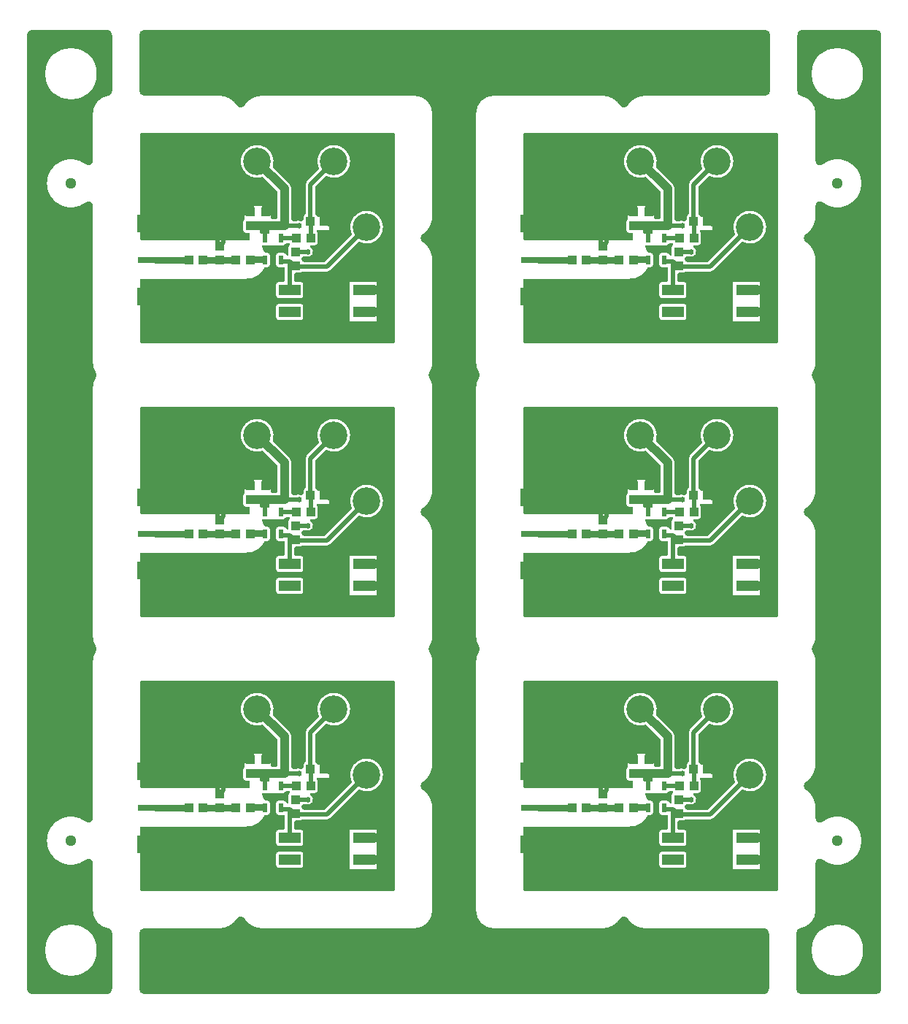
<source format=gbr>
*
%FSLAX26Y26*%
%MOIN*%
%ADD10R,0.024750X0.040750*%
%ADD11R,0.100750X0.050750*%
%ADD12C,0.040750*%
%ADD13C,0.020750*%
%ADD14C,0.029750*%
%ADD15R,0.040750X0.040750*%
%ADD16R,0.160750X0.030750*%
%ADD17C,0.125750*%
%ADD18C,0.024750*%
%ADD19C,0.004000*%
%ADD20C,0.050750*%
%IPPOS*%
%LNl1comp.gbr*%
%LPD*%
G75*
G36*
X565000Y809495D02*
G02X570005Y814490I4995J0D01*
G01X1048476Y814487D01*
G03X1133298Y865155I4492J88812D01*
G02X1137818Y867990I4504J-2161D01*
G01X1147886Y867996D01*
G03X1159500Y879964I-391J11999D01*
G01Y920000D01*
G03X1147500Y932000I-12000J0D01*
G01X1140645D01*
G02X1135966Y935203I-11J5003D01*
G03X1121671Y959750I-82986J-31894D01*
G02X1125672Y967990I3872J3211D01*
G01X1146317D01*
G02X1148502Y967490I8J-4989D01*
G01X1196489D01*
X1196491Y967489D01*
X1196493Y967488D01*
X1196495Y967488D01*
X1196497Y967488D01*
X1196499Y967488D01*
X1196501Y967489D01*
X1196503Y967490D01*
X1196505Y967492D01*
X1196506Y967494D01*
X1196507Y967495D01*
X1196508Y967498D01*
G02X1198672Y967990I2165J-4520D01*
G01X1221499D01*
G03X1232442Y975071I-6J12005D01*
G02X1236996Y977990I4543J-2075D01*
G01X1244991D01*
G02X1249814Y974532I55J-5016D01*
G02X1248196Y968129I-4444J-2283D01*
G03X1242990Y958257I6797J-9893D01*
G01Y924090D01*
G02X1233141Y922898I-4997J1D01*
G03X1221500Y932000I-11641J-2894D01*
G01X1197499D01*
G03X1185490Y919999I0J-12009D01*
G01Y880000D01*
G03X1197500Y868000I12005J5D01*
G01X1221675Y868000D01*
G02X1226740Y862995I70J-4995D01*
G01Y804500D01*
G02X1221740Y799500I-5000J0D01*
G01X1198749D01*
G03X1186740Y787499I0J-12009D01*
G01Y737500D01*
G03X1198750Y725490I12010J0D01*
G01X1298749D01*
G03X1310750Y737499I0J12001D01*
G01Y787500D01*
G03X1298750Y799500I-12000J0D01*
G01X1275750D01*
G02X1270750Y804500I0J5000D01*
G01Y837235D01*
G02X1275755Y842240I4995J10D01*
G01X1294998D01*
G03X1303142Y845433I-9J12006D01*
G02X1306530Y846740I3368J-3687D01*
G01X1418749D01*
G03X1434289Y853175I-9J22004D01*
G01X1562700Y981586D01*
G02X1568923Y982283I3548J-3543D01*
G03X1532548Y1018352I31077J67717D01*
G02X1531585Y1012700I-4508J-2140D01*
G01X1411077Y892191D01*
G02X1407556Y890750I-3513J3560D01*
G01X1311930D01*
G02X1306949Y895313I0J5001D01*
G03X1303496Y902718I-11949J-1063D01*
G02X1303511Y909786I3544J3527D01*
G03X1305941Y913319I-8514J8459D01*
G02X1310496Y916240I4543J-2073D01*
G01X1318905D01*
G02X1321043Y915773I29J-4991D01*
G03X1342679Y958602I10206J21724D01*
G02X1345062Y967990I2382J4392D01*
G01X1364499D01*
G03X1376500Y979999I0J12001D01*
G01Y1019999D01*
G03X1372621Y1028826I-11998J-6D01*
G02X1376023Y1037490I3396J3667D01*
G01X1427495D01*
G03X1427500Y1037495I0J5D01*
G01Y1097500D01*
X1378250D01*
G02X1373760Y1100300I0J5000D01*
G03X1367939Y1105932I-10762J-5298D01*
G02X1365000Y1110491I2061J4556D01*
G01Y1232555D01*
G02X1366442Y1236078I4998J10D01*
G01X1412188Y1281823D01*
G02X1417858Y1282786I3518J-3544D01*
G03X1382332Y1318814I32137J67219D01*
G02X1381346Y1313210I-4533J-2091D01*
G01X1327425Y1259289D01*
G03X1320990Y1243749I15571J-15550D01*
G01Y1110496D01*
G02X1318050Y1105932I-4994J-12D01*
G03X1310990Y1094999I4945J-10939D01*
G01Y1082528D01*
G02X1303883Y1077995I-5000J2D01*
G03X1284951Y1078580I-10148J-21744D01*
G02X1283156Y1078250I-1787J4670D01*
G01X1262000D01*
G02X1257000Y1083250I0J5000D01*
G01Y1224999D01*
G03X1247635Y1247609I-31997J-8D01*
G01X1172343Y1322902D01*
G02X1171146Y1327892I3570J3495D01*
G03X1122112Y1278849I-71151J22104D01*
G02X1127096Y1277639I1484J-4758D01*
G01X1191547Y1213189D01*
G02X1192990Y1209663I-3550J-3511D01*
G01Y1093250D01*
G02X1187990Y1088250I-5000J0D01*
G01X1167500D01*
G02X1162500Y1093250I0J5000D01*
G01Y1102498D01*
X1162497Y1102500D01*
X1127500D01*
G02X1122500Y1107500I0J5000D01*
G01X1122491Y1147500D01*
X1087495D01*
G03X1087490Y1147495I0J-5D01*
G01Y1107500D01*
G02X1082490Y1102500I-5000J0D01*
G01X1042495D01*
G03X1042490Y1102495I0J-5D01*
G01Y1088244D01*
G02X1040804Y1084495I-4992J-9D01*
G03X1036740Y1075499I7942J-9004D01*
G01Y1035500D01*
G03X1048750Y1023490I12010J0D01*
G01X1062485D01*
G02X1067490Y1018485I10J-4995D01*
G01Y994500D01*
G02X1062490Y989500I-5000J0D01*
G01X570000D01*
G02X565000Y994500I0J5000D01*
G01Y1475000D01*
G02X570000Y1480000I5000J0D01*
G01X1725000D01*
G02X1730000Y1475000I0J-5000D01*
G01Y619495D01*
X1644500D01*
Y800494D01*
X1644480Y800500D01*
X1522495D01*
G03X1522490Y800495I0J-5D01*
G01Y637491D01*
X1310750D01*
G03X1310750Y637499I-12001J0D01*
G01Y687500D01*
G03X1298750Y699500I-12000J0D01*
G01X1198749D01*
G03X1186740Y687499I0J-12009D01*
G01Y637500D01*
X565000D01*
Y809485D01*
G02X565000Y809495I4995J5D01*
G37*
G36*
Y525000D02*
G01Y619500D01*
X1522490D01*
G03X1522500Y619490I10J0D01*
G01X1644495D01*
G03X1644500Y619495I0J5D01*
G01X1730000D01*
Y525000D01*
G02X1725000Y520000I-5000J0D01*
G01X570000D01*
G02X568659Y520183I0J5000D01*
G02X565000Y525000I1341J4817D01*
G37*
G36*
Y619500D02*
G01Y637500D01*
X1186740D01*
G03X1198750Y625490I12010J0D01*
G01X1298749D01*
G03X1310750Y637491I0J12001D01*
G01X1522490D01*
Y619500D01*
X565000D01*
G37*
G36*
X566000Y620500D02*
X1521490D01*
G02X1521490Y618500I0J-1000D01*
G01X566000D01*
G02X566000Y620500I0J1000D01*
G37*
G36*
X1645500Y620495D02*
G01X1729000D01*
G02X1729000Y618495I0J-1000D01*
G01X1645500D01*
G02X1645500Y620495I0J1000D01*
G37*
G36*
X566000Y638500D02*
G01X1185740D01*
G02X1185740Y636500I0J-1000D01*
G01X566000D01*
G02X566000Y638500I0J1000D01*
G37*
G36*
X1311750Y638491D02*
G01X1521490D01*
G02X1521490Y636491I0J-1000D01*
G01X1311750D01*
G02X1311750Y638491I0J1000D01*
G37*
G36*
X1075000Y887500D02*
G01Y912500D01*
G02X1077500Y915000I2500J0D01*
G01X1128750D01*
G02X1131250Y912500I0J-2500D01*
G01Y887500D01*
G02X1128750Y885000I-2500J0D01*
G01X1077500D01*
G02X1075000Y887500I0J2500D01*
G37*
G36*
X1114000Y1022500D02*
G01Y1043500D01*
G02X1116500Y1046000I2500J0D01*
G01X1154500D01*
G02X1157000Y1043500I0J-2500D01*
G01Y1022500D01*
G02X1154500Y1020000I-2500J0D01*
G01X1116500D01*
G02X1114000Y1022500I0J2500D01*
G37*
G54D10*
X1135500Y900000D03*
X1172500D03*
X1209500D03*
Y1000000D03*
X1135500D03*
G54D11*
X1248750Y762500D03*
Y662500D03*
X1588750D03*
Y762500D03*
G54D12*
Y662500D02*
G01X1675000D01*
X1588750Y762500D02*
X1675000D01*
X1137500Y1055500D02*
X1143000D01*
X1143750Y1056250D01*
X1225000D01*
X1137500Y1055500D02*
X1143000D01*
X1143750Y1056250D01*
X1225000D01*
X1068750Y1055500D02*
X1137500D01*
X1100000Y1350000D02*
X1225000Y1225000D01*
Y1056250D01*
G54D13*
X715000Y540000D02*
X590000D01*
Y590000D01*
X715000Y540000D02*
X865000D01*
X1015000D01*
X1155000D01*
X1300000D01*
X1440000D01*
X1570000D01*
X1705000D01*
X587500Y662500D02*
Y592500D01*
X590000Y590000D01*
X775000Y775000D02*
X795000Y795000D01*
X815000D01*
X1248750Y762500D02*
Y893750D01*
X1275000Y874250D01*
X815000Y795000D02*
X880000D01*
X960000D01*
X1035000D02*
X1090000D01*
X1100000Y805000D01*
X960000Y795000D02*
X1035000D01*
X1100000Y805000D02*
X1140000Y845000D01*
X1275000Y874250D02*
X1280500Y868750D01*
X1418750D01*
X1600000Y1050000D01*
X930000Y964000D02*
X946000Y980000D01*
X1137500Y950000D02*
X1157500D01*
X1172500Y935000D01*
X1068000Y900000D02*
X1135500D01*
X1172500Y935000D02*
X1186500Y949000D01*
X1209500D01*
X1172500Y935000D02*
Y900000D01*
X1209500D02*
X1215750Y893750D01*
X1248750D01*
X1275000Y874250D01*
Y938250D02*
X1330500D01*
X1331250Y937500D01*
X595000Y1010000D02*
X650000D01*
X705000D02*
X755000D01*
X765000Y1020000D01*
X650000Y1010000D02*
X705000D01*
X815000Y1005000D02*
X870000D01*
X765000Y1020000D02*
X785000Y1040000D01*
Y1065000D01*
X765000Y1020000D02*
X780000Y1005000D01*
X815000D01*
X785000Y1065000D02*
Y1095000D01*
X915000Y1005000D02*
X919000D01*
Y975000D01*
X930000Y964000D01*
X945000Y1005000D02*
X946000Y1004000D01*
Y980000D01*
X945000Y1005000D02*
X1000000D01*
X1055000D01*
X1135500Y1000000D02*
Y1053500D01*
X1137500Y1055500D01*
X1225000Y1056250D02*
X1293750D01*
X1209500Y1000000D02*
X1280500D01*
X1407000Y1075000D02*
X1443750D01*
X1343000Y1231250D02*
Y1075000D01*
X1344500Y1073500D01*
Y1000000D01*
X590000Y1130000D02*
X640000D01*
X750000D02*
X695000D01*
X640000D01*
X750000D02*
X785000Y1095000D01*
X920000Y1105000D02*
Y1225000D01*
X1035000Y1120000D02*
X1035500Y1119500D01*
X1068750D01*
X1175000D02*
Y1118750D01*
X1406250D02*
X1407000Y1118000D01*
Y1075000D01*
X590000Y1240000D02*
Y1130000D01*
X920000Y1225000D02*
Y1340000D01*
X1343000Y1231250D02*
Y1243750D01*
X1449250Y1350000D01*
X1450000D01*
X590000Y1355000D02*
Y1240000D01*
X920000Y1340000D02*
Y1455000D01*
X590000Y1355000D02*
Y1455000D01*
X720000D01*
X845000D01*
X980000D02*
X920000D01*
X845000D01*
X980000D02*
X1145000D01*
G54D14*
X637000Y900000D02*
X788000D01*
X852000D02*
X930000D01*
X1004000D01*
X1137500Y1156250D02*
Y1119500D01*
X1175000D01*
X1068750D02*
Y1156250D01*
G54D15*
X1004000Y900000D03*
X1068000D03*
X1068750Y1055500D03*
Y1119500D03*
X1137500Y1055500D03*
Y1119500D03*
X1343000Y1075000D03*
X1407000D03*
X930000Y964000D03*
Y900000D03*
X1344500Y1000000D03*
X1280500D03*
X1275000Y938250D03*
Y874250D03*
X852000Y900000D03*
X788000D03*
G54D16*
X637000D03*
G36*
X550000Y692125D02*
Y772875D01*
X720000D01*
G02X720000Y692125I0J-40375D01*
G01X550000D01*
G37*
G36*
Y1027125D02*
Y1107875D01*
X720000D01*
G02X720000Y1027125I0J-40375D01*
G01X550000D01*
G37*
G54D17*
X1100000Y1350000D03*
X1450000D03*
X750000D03*
X1600000Y1050000D03*
G54D18*
X590000Y540000D03*
Y590000D03*
X715000Y540000D03*
X865000D03*
X1015000D03*
X1155000D03*
X1300000D03*
X1440000D03*
X1570000D03*
X1705000D03*
X587500Y662500D03*
X637500D03*
X693750D03*
X743750D03*
X1675000D03*
X781250Y693750D03*
X787500Y737500D03*
X775000Y775000D03*
X1675000Y762500D03*
X637500Y793750D03*
X587500D03*
X737500D03*
X687500D03*
X815000Y795000D03*
X880000D03*
X1035000D03*
X960000D03*
X1100000Y805000D03*
X1140000Y845000D03*
X1700000Y880000D03*
X1137500Y950000D03*
X1209500Y949000D03*
X1172500Y935000D03*
X1331250Y937500D03*
X1700000Y985000D03*
X595000Y1010000D03*
X705000D03*
X650000D03*
X815000Y1005000D03*
X765000Y1020000D03*
X785000Y1065000D03*
X915000Y1005000D03*
X870000D03*
X945000D03*
X1000000D03*
X1055000D03*
X1293750Y1056250D03*
X1443750Y1075000D03*
X590000Y1130000D03*
X695000D03*
X640000D03*
X750000D03*
X920000Y1105000D03*
X1035000Y1120000D03*
X1137500Y1156250D03*
X1068750D03*
X1175000Y1118750D03*
X1285000Y1120000D03*
X1406250Y1118750D03*
X1700000Y1160000D03*
X590000Y1240000D03*
X920000Y1225000D03*
X1285000Y1240000D03*
X590000Y1355000D03*
X920000Y1340000D03*
X1285000Y1360000D03*
X1700000Y1330000D03*
X590000Y1455000D03*
X720000D03*
X845000D03*
X980000D03*
X1145000D03*
X1285000Y1460000D03*
X1395000D03*
X1520000D03*
X1700000D03*
%LPC*%
G75*
X1700000Y1460000D02*
G54D19*
X550000Y600000D02*
Y1400000D01*
%LPD*%
G75*
X550000Y1400000D02*
G36*
X1386625Y1087692D02*
Y1103366D01*
X1431655D01*
Y1087692D01*
X1386625D01*
G37*
G36*
X1423726Y1054625D02*
Y1095581D01*
X1433534D01*
Y1054625D01*
X1423726D01*
G37*
G36*
X565000Y2059495D02*
G02X570005Y2064490I4995J0D01*
G01X1048476Y2064487D01*
G03X1133298Y2115155I4492J88812D01*
G02X1137818Y2117990I4504J-2161D01*
G01X1147886Y2117996D01*
G03X1159500Y2129964I-391J11999D01*
G01Y2170000D01*
G03X1147500Y2182000I-12000J0D01*
G01X1140645D01*
G02X1135966Y2185203I-11J5003D01*
G03X1121671Y2209750I-82986J-31894D01*
G02X1125672Y2217990I3872J3211D01*
G01X1146317D01*
G02X1148502Y2217490I8J-4989D01*
G01X1196489D01*
X1196491Y2217489D01*
X1196493Y2217488D01*
X1196495Y2217488D01*
X1196497Y2217488D01*
X1196499Y2217488D01*
X1196501Y2217489D01*
X1196503Y2217490D01*
X1196505Y2217492D01*
X1196506Y2217494D01*
X1196507Y2217495D01*
X1196508Y2217498D01*
G02X1198672Y2217990I2165J-4520D01*
G01X1221499D01*
G03X1232442Y2225071I-6J12005D01*
G02X1236996Y2227990I4543J-2075D01*
G01X1244991D01*
G02X1249814Y2224532I55J-5016D01*
G02X1248196Y2218129I-4444J-2283D01*
G03X1242990Y2208257I6797J-9893D01*
G01Y2174090D01*
G02X1233141Y2172898I-4997J1D01*
G03X1221500Y2182000I-11641J-2894D01*
G01X1197499D01*
G03X1185490Y2169999I0J-12009D01*
G01Y2130000D01*
G03X1197500Y2118000I12005J5D01*
G01X1221675Y2118000D01*
G02X1226740Y2112995I70J-4995D01*
G01Y2054500D01*
G02X1221740Y2049500I-5000J0D01*
G01X1198749D01*
G03X1186740Y2037499I0J-12009D01*
G01Y1987500D01*
G03X1198750Y1975490I12010J0D01*
G01X1298749D01*
G03X1310750Y1987499I0J12001D01*
G01Y2037500D01*
G03X1298750Y2049500I-12000J0D01*
G01X1275750D01*
G02X1270750Y2054500I0J5000D01*
G01Y2087235D01*
G02X1275755Y2092240I4995J10D01*
G01X1294998D01*
G03X1303142Y2095433I-9J12006D01*
G02X1306530Y2096740I3368J-3687D01*
G01X1418749D01*
G03X1434289Y2103175I-9J22004D01*
G01X1562700Y2231586D01*
G02X1568923Y2232283I3548J-3543D01*
G03X1532548Y2268352I31077J67717D01*
G02X1531585Y2262700I-4508J-2140D01*
G01X1411077Y2142191D01*
G02X1407556Y2140750I-3513J3560D01*
G01X1311930D01*
G02X1306949Y2145313I0J5001D01*
G03X1303496Y2152718I-11949J-1063D01*
G02X1303511Y2159786I3544J3527D01*
G03X1305941Y2163319I-8514J8459D01*
G02X1310496Y2166240I4543J-2073D01*
G01X1318905D01*
G02X1321043Y2165773I29J-4991D01*
G03X1342679Y2208602I10206J21724D01*
G02X1345062Y2217990I2382J4392D01*
G01X1364499D01*
G03X1376500Y2229999I0J12001D01*
G01Y2269999D01*
G03X1372621Y2278826I-11998J-6D01*
G02X1376023Y2287490I3396J3667D01*
G01X1427495D01*
G03X1427500Y2287495I0J5D01*
G01Y2347500D01*
X1378250D01*
G02X1373760Y2350300I0J5000D01*
G03X1367939Y2355932I-10762J-5298D01*
G02X1365000Y2360491I2061J4556D01*
G01Y2482555D01*
G02X1366442Y2486078I4998J10D01*
G01X1412188Y2531823D01*
G02X1417858Y2532786I3518J-3544D01*
G03X1382332Y2568814I32137J67219D01*
G02X1381346Y2563210I-4533J-2091D01*
G01X1327425Y2509289D01*
G03X1320990Y2493749I15571J-15550D01*
G01Y2360496D01*
G02X1318050Y2355932I-4994J-12D01*
G03X1310990Y2344999I4945J-10939D01*
G01Y2332528D01*
G02X1303883Y2327995I-5000J2D01*
G03X1284951Y2328580I-10148J-21744D01*
G02X1283156Y2328250I-1787J4670D01*
G01X1262000D01*
G02X1257000Y2333250I0J5000D01*
G01Y2474999D01*
G03X1247635Y2497609I-31997J-8D01*
G01X1172343Y2572902D01*
G02X1171146Y2577892I3570J3495D01*
G03X1122112Y2528849I-71151J22104D01*
G02X1127096Y2527639I1484J-4758D01*
G01X1191547Y2463189D01*
G02X1192990Y2459663I-3550J-3511D01*
G01Y2343250D01*
G02X1187990Y2338250I-5000J0D01*
G01X1167500D01*
G02X1162500Y2343250I0J5000D01*
G01Y2352498D01*
X1162497Y2352500D01*
X1127500D01*
G02X1122500Y2357500I0J5000D01*
G01X1122491Y2397500D01*
X1087495D01*
G03X1087490Y2397495I0J-5D01*
G01Y2357500D01*
G02X1082490Y2352500I-5000J0D01*
G01X1042495D01*
G03X1042490Y2352495I0J-5D01*
G01Y2338244D01*
G02X1040804Y2334495I-4992J-9D01*
G03X1036740Y2325499I7942J-9004D01*
G01Y2285500D01*
G03X1048750Y2273490I12010J0D01*
G01X1062485D01*
G02X1067490Y2268485I10J-4995D01*
G01Y2244500D01*
G02X1062490Y2239500I-5000J0D01*
G01X570000D01*
G02X565000Y2244500I0J5000D01*
G01Y2725000D01*
G02X570000Y2730000I5000J0D01*
G01X1725000D01*
G02X1730000Y2725000I0J-5000D01*
G01Y1869495D01*
X1644500D01*
Y2050494D01*
X1644480Y2050500D01*
X1522495D01*
G03X1522490Y2050495I0J-5D01*
G01Y1887491D01*
X1310750D01*
G03X1310750Y1887499I-12001J0D01*
G01Y1937500D01*
G03X1298750Y1949500I-12000J0D01*
G01X1198749D01*
G03X1186740Y1937499I0J-12009D01*
G01Y1887500D01*
X565000D01*
Y2059485D01*
G02X565000Y2059495I4995J5D01*
G37*
G36*
Y1775000D02*
G01Y1869500D01*
X1522490D01*
G03X1522500Y1869490I10J0D01*
G01X1644495D01*
G03X1644500Y1869495I0J5D01*
G01X1730000D01*
Y1775000D01*
G02X1725000Y1770000I-5000J0D01*
G01X570000D01*
G02X568659Y1770183I0J5000D01*
G02X565000Y1775000I1341J4817D01*
G37*
G36*
Y1869500D02*
G01Y1887500D01*
X1186740D01*
G03X1198750Y1875490I12010J0D01*
G01X1298749D01*
G03X1310750Y1887491I0J12001D01*
G01X1522490D01*
Y1869500D01*
X565000D01*
G37*
G36*
X566000Y1870500D02*
X1521490D01*
G02X1521490Y1868500I0J-1000D01*
G01X566000D01*
G02X566000Y1870500I0J1000D01*
G37*
G36*
X1645500Y1870495D02*
G01X1729000D01*
G02X1729000Y1868495I0J-1000D01*
G01X1645500D01*
G02X1645500Y1870495I0J1000D01*
G37*
G36*
X566000Y1888500D02*
G01X1185740D01*
G02X1185740Y1886500I0J-1000D01*
G01X566000D01*
G02X566000Y1888500I0J1000D01*
G37*
G36*
X1311750Y1888491D02*
G01X1521490D01*
G02X1521490Y1886491I0J-1000D01*
G01X1311750D01*
G02X1311750Y1888491I0J1000D01*
G37*
G36*
X1075000Y2137500D02*
G01Y2162500D01*
G02X1077500Y2165000I2500J0D01*
G01X1128750D01*
G02X1131250Y2162500I0J-2500D01*
G01Y2137500D01*
G02X1128750Y2135000I-2500J0D01*
G01X1077500D01*
G02X1075000Y2137500I0J2500D01*
G37*
G36*
X1114000Y2272500D02*
G01Y2293500D01*
G02X1116500Y2296000I2500J0D01*
G01X1154500D01*
G02X1157000Y2293500I0J-2500D01*
G01Y2272500D01*
G02X1154500Y2270000I-2500J0D01*
G01X1116500D01*
G02X1114000Y2272500I0J2500D01*
G37*
G54D10*
X1135500Y2150000D03*
X1172500D03*
X1209500D03*
Y2250000D03*
X1135500D03*
G54D11*
X1248750Y2012500D03*
Y1912500D03*
X1588750D03*
Y2012500D03*
G54D12*
Y1912500D02*
G01X1675000D01*
X1588750Y2012500D02*
X1675000D01*
X1137500Y2305500D02*
X1143000D01*
X1143750Y2306250D01*
X1225000D01*
X1137500Y2305500D02*
X1143000D01*
X1143750Y2306250D01*
X1225000D01*
X1068750Y2305500D02*
X1137500D01*
X1100000Y2600000D02*
X1225000Y2475000D01*
Y2306250D01*
G54D13*
X715000Y1790000D02*
X590000D01*
Y1840000D01*
X715000Y1790000D02*
X865000D01*
X1015000D01*
X1155000D01*
X1300000D01*
X1440000D01*
X1570000D01*
X1705000D01*
X587500Y1912500D02*
Y1842500D01*
X590000Y1840000D01*
X775000Y2025000D02*
X795000Y2045000D01*
X815000D01*
X1248750Y2012500D02*
Y2143750D01*
X1275000Y2124250D01*
X815000Y2045000D02*
X880000D01*
X960000D01*
X1035000D02*
X1090000D01*
X1100000Y2055000D01*
X960000Y2045000D02*
X1035000D01*
X1100000Y2055000D02*
X1140000Y2095000D01*
X1275000Y2124250D02*
X1280500Y2118750D01*
X1418750D01*
X1600000Y2300000D01*
X930000Y2214000D02*
X946000Y2230000D01*
X1137500Y2200000D02*
X1157500D01*
X1172500Y2185000D01*
X1068000Y2150000D02*
X1135500D01*
X1172500Y2185000D02*
X1186500Y2199000D01*
X1209500D01*
X1172500Y2185000D02*
Y2150000D01*
X1209500D02*
X1215750Y2143750D01*
X1248750D01*
X1275000Y2124250D01*
Y2188250D02*
X1330500D01*
X1331250Y2187500D01*
X595000Y2260000D02*
X650000D01*
X705000D02*
X755000D01*
X765000Y2270000D01*
X650000Y2260000D02*
X705000D01*
X815000Y2255000D02*
X870000D01*
X765000Y2270000D02*
X785000Y2290000D01*
Y2315000D01*
X765000Y2270000D02*
X780000Y2255000D01*
X815000D01*
X785000Y2315000D02*
Y2345000D01*
X915000Y2255000D02*
X919000D01*
Y2225000D01*
X930000Y2214000D01*
X945000Y2255000D02*
X946000Y2254000D01*
Y2230000D01*
X945000Y2255000D02*
X1000000D01*
X1055000D01*
X1135500Y2250000D02*
Y2303500D01*
X1137500Y2305500D01*
X1225000Y2306250D02*
X1293750D01*
X1209500Y2250000D02*
X1280500D01*
X1407000Y2325000D02*
X1443750D01*
X1343000Y2481250D02*
Y2325000D01*
X1344500Y2323500D01*
Y2250000D01*
X590000Y2380000D02*
X640000D01*
X750000D02*
X695000D01*
X640000D01*
X750000D02*
X785000Y2345000D01*
X920000Y2355000D02*
Y2475000D01*
X1035000Y2370000D02*
X1035500Y2369500D01*
X1068750D01*
X1175000D02*
Y2368750D01*
X1406250D02*
X1407000Y2368000D01*
Y2325000D01*
X590000Y2490000D02*
Y2380000D01*
X920000Y2475000D02*
Y2590000D01*
X1343000Y2481250D02*
Y2493750D01*
X1449250Y2600000D01*
X1450000D01*
X590000Y2605000D02*
Y2490000D01*
X920000Y2590000D02*
Y2705000D01*
X590000Y2605000D02*
Y2705000D01*
X720000D01*
X845000D01*
X980000D02*
X920000D01*
X845000D01*
X980000D02*
X1145000D01*
G54D14*
X637000Y2150000D02*
X788000D01*
X852000D02*
X930000D01*
X1004000D01*
X1137500Y2406250D02*
Y2369500D01*
X1175000D01*
X1068750D02*
Y2406250D01*
G54D15*
X1004000Y2150000D03*
X1068000D03*
X1068750Y2305500D03*
Y2369500D03*
X1137500Y2305500D03*
Y2369500D03*
X1343000Y2325000D03*
X1407000D03*
X930000Y2214000D03*
Y2150000D03*
X1344500Y2250000D03*
X1280500D03*
X1275000Y2188250D03*
Y2124250D03*
X852000Y2150000D03*
X788000D03*
G54D16*
X637000D03*
G36*
X550000Y1942125D02*
Y2022875D01*
X720000D01*
G02X720000Y1942125I0J-40375D01*
G01X550000D01*
G37*
G36*
Y2277125D02*
Y2357875D01*
X720000D01*
G02X720000Y2277125I0J-40375D01*
G01X550000D01*
G37*
G54D17*
X1100000Y2600000D03*
X1450000D03*
X750000D03*
X1600000Y2300000D03*
G54D18*
X590000Y1790000D03*
Y1840000D03*
X715000Y1790000D03*
X865000D03*
X1015000D03*
X1155000D03*
X1300000D03*
X1440000D03*
X1570000D03*
X1705000D03*
X587500Y1912500D03*
X637500D03*
X693750D03*
X743750D03*
X1675000D03*
X781250Y1943750D03*
X787500Y1987500D03*
X775000Y2025000D03*
X1675000Y2012500D03*
X637500Y2043750D03*
X587500D03*
X737500D03*
X687500D03*
X815000Y2045000D03*
X880000D03*
X1035000D03*
X960000D03*
X1100000Y2055000D03*
X1140000Y2095000D03*
X1700000Y2130000D03*
X1137500Y2200000D03*
X1209500Y2199000D03*
X1172500Y2185000D03*
X1331250Y2187500D03*
X1700000Y2235000D03*
X595000Y2260000D03*
X705000D03*
X650000D03*
X815000Y2255000D03*
X765000Y2270000D03*
X785000Y2315000D03*
X915000Y2255000D03*
X870000D03*
X945000D03*
X1000000D03*
X1055000D03*
X1293750Y2306250D03*
X1443750Y2325000D03*
X590000Y2380000D03*
X695000D03*
X640000D03*
X750000D03*
X920000Y2355000D03*
X1035000Y2370000D03*
X1137500Y2406250D03*
X1068750D03*
X1175000Y2368750D03*
X1285000Y2370000D03*
X1406250Y2368750D03*
X1700000Y2410000D03*
X590000Y2490000D03*
X920000Y2475000D03*
X1285000Y2490000D03*
X590000Y2605000D03*
X920000Y2590000D03*
X1285000Y2610000D03*
X1700000Y2580000D03*
X590000Y2705000D03*
X720000D03*
X845000D03*
X980000D03*
X1145000D03*
X1285000Y2710000D03*
X1395000D03*
X1520000D03*
X1700000D03*
%LPC*%
G75*
X1700000Y2710000D02*
G54D19*
X550000Y1850000D02*
Y2650000D01*
%LPD*%
G75*
X550000Y2650000D02*
G36*
X1386625Y2337692D02*
Y2353366D01*
X1431655D01*
Y2337692D01*
X1386625D01*
G37*
G36*
X1423726Y2304625D02*
Y2345581D01*
X1433534D01*
Y2304625D01*
X1423726D01*
G37*
G36*
X565000Y3309495D02*
G02X570005Y3314490I4995J0D01*
G01X1048476Y3314487D01*
G03X1133298Y3365155I4492J88812D01*
G02X1137818Y3367990I4504J-2161D01*
G01X1147886Y3367996D01*
G03X1159500Y3379964I-391J11999D01*
G01Y3420000D01*
G03X1147500Y3432000I-12000J0D01*
G01X1140645D01*
G02X1135966Y3435203I-11J5003D01*
G03X1121671Y3459750I-82986J-31894D01*
G02X1125672Y3467990I3872J3211D01*
G01X1146317D01*
G02X1148502Y3467490I8J-4989D01*
G01X1196489D01*
X1196491Y3467489D01*
X1196493Y3467488D01*
X1196495Y3467488D01*
X1196497Y3467488D01*
X1196499Y3467488D01*
X1196501Y3467489D01*
X1196503Y3467490D01*
X1196505Y3467492D01*
X1196506Y3467494D01*
X1196507Y3467495D01*
X1196508Y3467498D01*
G02X1198672Y3467990I2165J-4520D01*
G01X1221499D01*
G03X1232442Y3475071I-6J12005D01*
G02X1236996Y3477990I4543J-2075D01*
G01X1244991D01*
G02X1249814Y3474532I55J-5016D01*
G02X1248196Y3468129I-4444J-2283D01*
G03X1242990Y3458257I6797J-9893D01*
G01Y3424090D01*
G02X1233141Y3422898I-4997J1D01*
G03X1221500Y3432000I-11641J-2894D01*
G01X1197499D01*
G03X1185490Y3419999I0J-12009D01*
G01Y3380000D01*
G03X1197500Y3368000I12005J5D01*
G01X1221675Y3368000D01*
G02X1226740Y3362995I70J-4995D01*
G01Y3304500D01*
G02X1221740Y3299500I-5000J0D01*
G01X1198749D01*
G03X1186740Y3287499I0J-12009D01*
G01Y3237500D01*
G03X1198750Y3225490I12010J0D01*
G01X1298749D01*
G03X1310750Y3237499I0J12001D01*
G01Y3287500D01*
G03X1298750Y3299500I-12000J0D01*
G01X1275750D01*
G02X1270750Y3304500I0J5000D01*
G01Y3337235D01*
G02X1275755Y3342240I4995J10D01*
G01X1294998D01*
G03X1303142Y3345433I-9J12006D01*
G02X1306530Y3346740I3368J-3687D01*
G01X1418749D01*
G03X1434289Y3353175I-9J22004D01*
G01X1562700Y3481586D01*
G02X1568923Y3482283I3548J-3543D01*
G03X1532548Y3518352I31077J67717D01*
G02X1531585Y3512700I-4508J-2140D01*
G01X1411077Y3392191D01*
G02X1407556Y3390750I-3513J3560D01*
G01X1311930D01*
G02X1306949Y3395313I0J5001D01*
G03X1303496Y3402718I-11949J-1063D01*
G02X1303511Y3409786I3544J3527D01*
G03X1305941Y3413319I-8514J8459D01*
G02X1310496Y3416240I4543J-2073D01*
G01X1318905D01*
G02X1321043Y3415773I29J-4991D01*
G03X1342679Y3458602I10206J21724D01*
G02X1345062Y3467990I2382J4392D01*
G01X1364499D01*
G03X1376500Y3479999I0J12001D01*
G01Y3519999D01*
G03X1372621Y3528826I-11998J-6D01*
G02X1376023Y3537490I3396J3667D01*
G01X1427495D01*
G03X1427500Y3537495I0J5D01*
G01Y3597500D01*
X1378250D01*
G02X1373760Y3600300I0J5000D01*
G03X1367939Y3605932I-10762J-5298D01*
G02X1365000Y3610491I2061J4556D01*
G01Y3732555D01*
G02X1366442Y3736078I4998J10D01*
G01X1412188Y3781823D01*
G02X1417858Y3782786I3518J-3544D01*
G03X1382332Y3818814I32137J67219D01*
G02X1381346Y3813210I-4533J-2091D01*
G01X1327425Y3759289D01*
G03X1320990Y3743749I15571J-15550D01*
G01Y3610496D01*
G02X1318050Y3605932I-4994J-12D01*
G03X1310990Y3594999I4945J-10939D01*
G01Y3582528D01*
G02X1303883Y3577995I-5000J2D01*
G03X1284951Y3578580I-10148J-21744D01*
G02X1283156Y3578250I-1787J4670D01*
G01X1262000D01*
G02X1257000Y3583250I0J5000D01*
G01Y3724999D01*
G03X1247635Y3747609I-31997J-8D01*
G01X1172343Y3822902D01*
G02X1171146Y3827892I3570J3495D01*
G03X1122112Y3778849I-71151J22104D01*
G02X1127096Y3777639I1484J-4758D01*
G01X1191547Y3713189D01*
G02X1192990Y3709663I-3550J-3511D01*
G01Y3593250D01*
G02X1187990Y3588250I-5000J0D01*
G01X1167500D01*
G02X1162500Y3593250I0J5000D01*
G01Y3602498D01*
X1162497Y3602500D01*
X1127500D01*
G02X1122500Y3607500I0J5000D01*
G01X1122491Y3647500D01*
X1087495D01*
G03X1087490Y3647495I0J-5D01*
G01Y3607500D01*
G02X1082490Y3602500I-5000J0D01*
G01X1042495D01*
G03X1042490Y3602495I0J-5D01*
G01Y3588244D01*
G02X1040804Y3584495I-4992J-9D01*
G03X1036740Y3575499I7942J-9004D01*
G01Y3535500D01*
G03X1048750Y3523490I12010J0D01*
G01X1062485D01*
G02X1067490Y3518485I10J-4995D01*
G01Y3494500D01*
G02X1062490Y3489500I-5000J0D01*
G01X570000D01*
G02X565000Y3494500I0J5000D01*
G01Y3975000D01*
G02X570000Y3980000I5000J0D01*
G01X1725000D01*
G02X1730000Y3975000I0J-5000D01*
G01Y3119495D01*
X1644500D01*
Y3300494D01*
X1644480Y3300500D01*
X1522495D01*
G03X1522490Y3300495I0J-5D01*
G01Y3137491D01*
X1310750D01*
G03X1310750Y3137499I-12001J0D01*
G01Y3187500D01*
G03X1298750Y3199500I-12000J0D01*
G01X1198749D01*
G03X1186740Y3187499I0J-12009D01*
G01Y3137500D01*
X565000D01*
Y3309485D01*
G02X565000Y3309495I4995J5D01*
G37*
G36*
Y3025000D02*
G01Y3119500D01*
X1522490D01*
G03X1522500Y3119490I10J0D01*
G01X1644495D01*
G03X1644500Y3119495I0J5D01*
G01X1730000D01*
Y3025000D01*
G02X1725000Y3020000I-5000J0D01*
G01X570000D01*
G02X568659Y3020183I0J5000D01*
G02X565000Y3025000I1341J4817D01*
G37*
G36*
Y3119500D02*
G01Y3137500D01*
X1186740D01*
G03X1198750Y3125490I12010J0D01*
G01X1298749D01*
G03X1310750Y3137491I0J12001D01*
G01X1522490D01*
Y3119500D01*
X565000D01*
G37*
G36*
X566000Y3120500D02*
X1521490D01*
G02X1521490Y3118500I0J-1000D01*
G01X566000D01*
G02X566000Y3120500I0J1000D01*
G37*
G36*
X1645500Y3120495D02*
G01X1729000D01*
G02X1729000Y3118495I0J-1000D01*
G01X1645500D01*
G02X1645500Y3120495I0J1000D01*
G37*
G36*
X566000Y3138500D02*
G01X1185740D01*
G02X1185740Y3136500I0J-1000D01*
G01X566000D01*
G02X566000Y3138500I0J1000D01*
G37*
G36*
X1311750Y3138491D02*
G01X1521490D01*
G02X1521490Y3136491I0J-1000D01*
G01X1311750D01*
G02X1311750Y3138491I0J1000D01*
G37*
G36*
X1075000Y3387500D02*
G01Y3412500D01*
G02X1077500Y3415000I2500J0D01*
G01X1128750D01*
G02X1131250Y3412500I0J-2500D01*
G01Y3387500D01*
G02X1128750Y3385000I-2500J0D01*
G01X1077500D01*
G02X1075000Y3387500I0J2500D01*
G37*
G36*
X1114000Y3522500D02*
G01Y3543500D01*
G02X1116500Y3546000I2500J0D01*
G01X1154500D01*
G02X1157000Y3543500I0J-2500D01*
G01Y3522500D01*
G02X1154500Y3520000I-2500J0D01*
G01X1116500D01*
G02X1114000Y3522500I0J2500D01*
G37*
G54D10*
X1135500Y3400000D03*
X1172500D03*
X1209500D03*
Y3500000D03*
X1135500D03*
G54D11*
X1248750Y3262500D03*
Y3162500D03*
X1588750D03*
Y3262500D03*
G54D12*
Y3162500D02*
G01X1675000D01*
X1588750Y3262500D02*
X1675000D01*
X1137500Y3555500D02*
X1143000D01*
X1143750Y3556250D01*
X1225000D01*
X1137500Y3555500D02*
X1143000D01*
X1143750Y3556250D01*
X1225000D01*
X1068750Y3555500D02*
X1137500D01*
X1100000Y3850000D02*
X1225000Y3725000D01*
Y3556250D01*
G54D13*
X715000Y3040000D02*
X590000D01*
Y3090000D01*
X715000Y3040000D02*
X865000D01*
X1015000D01*
X1155000D01*
X1300000D01*
X1440000D01*
X1570000D01*
X1705000D01*
X587500Y3162500D02*
Y3092500D01*
X590000Y3090000D01*
X775000Y3275000D02*
X795000Y3295000D01*
X815000D01*
X1248750Y3262500D02*
Y3393750D01*
X1275000Y3374250D01*
X815000Y3295000D02*
X880000D01*
X960000D01*
X1035000D02*
X1090000D01*
X1100000Y3305000D01*
X960000Y3295000D02*
X1035000D01*
X1100000Y3305000D02*
X1140000Y3345000D01*
X1275000Y3374250D02*
X1280500Y3368750D01*
X1418750D01*
X1600000Y3550000D01*
X930000Y3464000D02*
X946000Y3480000D01*
X1137500Y3450000D02*
X1157500D01*
X1172500Y3435000D01*
X1068000Y3400000D02*
X1135500D01*
X1172500Y3435000D02*
X1186500Y3449000D01*
X1209500D01*
X1172500Y3435000D02*
Y3400000D01*
X1209500D02*
X1215750Y3393750D01*
X1248750D01*
X1275000Y3374250D01*
Y3438250D02*
X1330500D01*
X1331250Y3437500D01*
X595000Y3510000D02*
X650000D01*
X705000D02*
X755000D01*
X765000Y3520000D01*
X650000Y3510000D02*
X705000D01*
X815000Y3505000D02*
X870000D01*
X765000Y3520000D02*
X785000Y3540000D01*
Y3565000D01*
X765000Y3520000D02*
X780000Y3505000D01*
X815000D01*
X785000Y3565000D02*
Y3595000D01*
X915000Y3505000D02*
X919000D01*
Y3475000D01*
X930000Y3464000D01*
X945000Y3505000D02*
X946000Y3504000D01*
Y3480000D01*
X945000Y3505000D02*
X1000000D01*
X1055000D01*
X1135500Y3500000D02*
Y3553500D01*
X1137500Y3555500D01*
X1225000Y3556250D02*
X1293750D01*
X1209500Y3500000D02*
X1280500D01*
X1407000Y3575000D02*
X1443750D01*
X1343000Y3731250D02*
Y3575000D01*
X1344500Y3573500D01*
Y3500000D01*
X590000Y3630000D02*
X640000D01*
X750000D02*
X695000D01*
X640000D01*
X750000D02*
X785000Y3595000D01*
X920000Y3605000D02*
Y3725000D01*
X1035000Y3620000D02*
X1035500Y3619500D01*
X1068750D01*
X1175000D02*
Y3618750D01*
X1406250D02*
X1407000Y3618000D01*
Y3575000D01*
X590000Y3740000D02*
Y3630000D01*
X920000Y3725000D02*
Y3840000D01*
X1343000Y3731250D02*
Y3743750D01*
X1449250Y3850000D01*
X1450000D01*
X590000Y3855000D02*
Y3740000D01*
X920000Y3840000D02*
Y3955000D01*
X590000Y3855000D02*
Y3955000D01*
X720000D01*
X845000D01*
X980000D02*
X920000D01*
X845000D01*
X980000D02*
X1145000D01*
G54D14*
X637000Y3400000D02*
X788000D01*
X852000D02*
X930000D01*
X1004000D01*
X1137500Y3656250D02*
Y3619500D01*
X1175000D01*
X1068750D02*
Y3656250D01*
G54D15*
X1004000Y3400000D03*
X1068000D03*
X1068750Y3555500D03*
Y3619500D03*
X1137500Y3555500D03*
Y3619500D03*
X1343000Y3575000D03*
X1407000D03*
X930000Y3464000D03*
Y3400000D03*
X1344500Y3500000D03*
X1280500D03*
X1275000Y3438250D03*
Y3374250D03*
X852000Y3400000D03*
X788000D03*
G54D16*
X637000D03*
G36*
X550000Y3192125D02*
Y3272875D01*
X720000D01*
G02X720000Y3192125I0J-40375D01*
G01X550000D01*
G37*
G36*
Y3527125D02*
Y3607875D01*
X720000D01*
G02X720000Y3527125I0J-40375D01*
G01X550000D01*
G37*
G54D17*
X1100000Y3850000D03*
X1450000D03*
X750000D03*
X1600000Y3550000D03*
G54D18*
X590000Y3040000D03*
Y3090000D03*
X715000Y3040000D03*
X865000D03*
X1015000D03*
X1155000D03*
X1300000D03*
X1440000D03*
X1570000D03*
X1705000D03*
X587500Y3162500D03*
X637500D03*
X693750D03*
X743750D03*
X1675000D03*
X781250Y3193750D03*
X787500Y3237500D03*
X775000Y3275000D03*
X1675000Y3262500D03*
X637500Y3293750D03*
X587500D03*
X737500D03*
X687500D03*
X815000Y3295000D03*
X880000D03*
X1035000D03*
X960000D03*
X1100000Y3305000D03*
X1140000Y3345000D03*
X1700000Y3380000D03*
X1137500Y3450000D03*
X1209500Y3449000D03*
X1172500Y3435000D03*
X1331250Y3437500D03*
X1700000Y3485000D03*
X595000Y3510000D03*
X705000D03*
X650000D03*
X815000Y3505000D03*
X765000Y3520000D03*
X785000Y3565000D03*
X915000Y3505000D03*
X870000D03*
X945000D03*
X1000000D03*
X1055000D03*
X1293750Y3556250D03*
X1443750Y3575000D03*
X590000Y3630000D03*
X695000D03*
X640000D03*
X750000D03*
X920000Y3605000D03*
X1035000Y3620000D03*
X1137500Y3656250D03*
X1068750D03*
X1175000Y3618750D03*
X1285000Y3620000D03*
X1406250Y3618750D03*
X1700000Y3660000D03*
X590000Y3740000D03*
X920000Y3725000D03*
X1285000Y3740000D03*
X590000Y3855000D03*
X920000Y3840000D03*
X1285000Y3860000D03*
X1700000Y3830000D03*
X590000Y3955000D03*
X720000D03*
X845000D03*
X980000D03*
X1145000D03*
X1285000Y3960000D03*
X1395000D03*
X1520000D03*
X1700000D03*
%LPC*%
G75*
X1700000Y3960000D02*
G54D19*
X550000Y3100000D02*
Y3900000D01*
%LPD*%
G75*
X550000Y3900000D02*
G36*
X1386625Y3587692D02*
Y3603366D01*
X1431655D01*
Y3587692D01*
X1386625D01*
G37*
G36*
X1423726Y3554625D02*
Y3595581D01*
X1433534D01*
Y3554625D01*
X1423726D01*
G37*
G36*
X2315000Y809495D02*
G02X2320005Y814490I4995J0D01*
G01X2798476Y814487D01*
G03X2883298Y865155I4492J88812D01*
G02X2887818Y867990I4504J-2161D01*
G01X2897886Y867996D01*
G03X2909500Y879964I-391J11999D01*
G01Y920000D01*
G03X2897500Y932000I-12000J0D01*
G01X2890645D01*
G02X2885966Y935203I-11J5003D01*
G03X2871671Y959750I-82986J-31894D01*
G02X2875672Y967990I3872J3211D01*
G01X2896317D01*
G02X2898502Y967490I8J-4989D01*
G01X2946489D01*
X2946491Y967489D01*
X2946493Y967488D01*
X2946495Y967488D01*
X2946497Y967488D01*
X2946499Y967488D01*
X2946501Y967489D01*
X2946503Y967490D01*
X2946505Y967492D01*
X2946506Y967494D01*
X2946507Y967495D01*
X2946508Y967498D01*
G02X2948672Y967990I2165J-4520D01*
G01X2971499D01*
G03X2982442Y975071I-6J12005D01*
G02X2986996Y977990I4543J-2075D01*
G01X2994991D01*
G02X2999814Y974532I55J-5016D01*
G02X2998196Y968129I-4444J-2283D01*
G03X2992990Y958257I6797J-9893D01*
G01Y924090D01*
G02X2983141Y922898I-4997J1D01*
G03X2971500Y932000I-11641J-2894D01*
G01X2947499D01*
G03X2935490Y919999I0J-12009D01*
G01Y880000D01*
G03X2947500Y868000I12005J5D01*
G01X2971675Y868000D01*
G02X2976740Y862995I70J-4995D01*
G01Y804500D01*
G02X2971740Y799500I-5000J0D01*
G01X2948749D01*
G03X2936740Y787499I0J-12009D01*
G01Y737500D01*
G03X2948750Y725490I12010J0D01*
G01X3048749D01*
G03X3060750Y737499I0J12001D01*
G01Y787500D01*
G03X3048750Y799500I-12000J0D01*
G01X3025750D01*
G02X3020750Y804500I0J5000D01*
G01Y837235D01*
G02X3025755Y842240I4995J10D01*
G01X3044998D01*
G03X3053142Y845433I-9J12006D01*
G02X3056530Y846740I3368J-3687D01*
G01X3168749D01*
G03X3184289Y853175I-9J22004D01*
G01X3312700Y981586D01*
G02X3318923Y982283I3548J-3543D01*
G03X3282548Y1018352I31077J67717D01*
G02X3281585Y1012700I-4508J-2140D01*
G01X3161077Y892191D01*
G02X3157556Y890750I-3513J3560D01*
G01X3061930D01*
G02X3056949Y895313I0J5001D01*
G03X3053496Y902718I-11949J-1063D01*
G02X3053511Y909786I3544J3527D01*
G03X3055941Y913319I-8514J8459D01*
G02X3060496Y916240I4543J-2073D01*
G01X3068905D01*
G02X3071043Y915773I29J-4991D01*
G03X3092679Y958602I10206J21724D01*
G02X3095062Y967990I2382J4392D01*
G01X3114499D01*
G03X3126500Y979999I0J12001D01*
G01Y1019999D01*
G03X3122621Y1028826I-11998J-6D01*
G02X3126023Y1037490I3396J3667D01*
G01X3177495D01*
G03X3177500Y1037495I0J5D01*
G01Y1097500D01*
X3128250D01*
G02X3123760Y1100300I0J5000D01*
G03X3117939Y1105932I-10762J-5298D01*
G02X3115000Y1110491I2061J4556D01*
G01Y1232555D01*
G02X3116442Y1236078I4998J10D01*
G01X3162188Y1281823D01*
G02X3167858Y1282786I3518J-3544D01*
G03X3132332Y1318814I32137J67219D01*
G02X3131346Y1313210I-4533J-2091D01*
G01X3077425Y1259289D01*
G03X3070990Y1243749I15571J-15550D01*
G01Y1110496D01*
G02X3068050Y1105932I-4994J-12D01*
G03X3060990Y1094999I4945J-10939D01*
G01Y1082528D01*
G02X3053883Y1077995I-5000J2D01*
G03X3034951Y1078580I-10148J-21744D01*
G02X3033156Y1078250I-1787J4670D01*
G01X3012000D01*
G02X3007000Y1083250I0J5000D01*
G01Y1224999D01*
G03X2997635Y1247609I-31997J-8D01*
G01X2922343Y1322902D01*
G02X2921146Y1327892I3570J3495D01*
G03X2872112Y1278849I-71151J22104D01*
G02X2877096Y1277639I1484J-4758D01*
G01X2941547Y1213189D01*
G02X2942990Y1209663I-3550J-3511D01*
G01Y1093250D01*
G02X2937990Y1088250I-5000J0D01*
G01X2917500D01*
G02X2912500Y1093250I0J5000D01*
G01Y1102498D01*
X2912497Y1102500D01*
X2877500D01*
G02X2872500Y1107500I0J5000D01*
G01X2872491Y1147500D01*
X2837495D01*
G03X2837490Y1147495I0J-5D01*
G01Y1107500D01*
G02X2832490Y1102500I-5000J0D01*
G01X2792495D01*
G03X2792490Y1102495I0J-5D01*
G01Y1088244D01*
G02X2790804Y1084495I-4992J-9D01*
G03X2786740Y1075499I7942J-9004D01*
G01Y1035500D01*
G03X2798750Y1023490I12010J0D01*
G01X2812485D01*
G02X2817490Y1018485I10J-4995D01*
G01Y994500D01*
G02X2812490Y989500I-5000J0D01*
G01X2320000D01*
G02X2315000Y994500I0J5000D01*
G01Y1475000D01*
G02X2320000Y1480000I5000J0D01*
G01X3475000D01*
G02X3480000Y1475000I0J-5000D01*
G01Y619495D01*
X3394500D01*
Y800494D01*
X3394480Y800500D01*
X3272495D01*
G03X3272490Y800495I0J-5D01*
G01Y637491D01*
X3060750D01*
G03X3060750Y637499I-12001J0D01*
G01Y687500D01*
G03X3048750Y699500I-12000J0D01*
G01X2948749D01*
G03X2936740Y687499I0J-12009D01*
G01Y637500D01*
X2315000D01*
Y809485D01*
G02X2315000Y809495I4995J5D01*
G37*
G36*
Y525000D02*
G01Y619500D01*
X3272490D01*
G03X3272500Y619490I10J0D01*
G01X3394495D01*
G03X3394500Y619495I0J5D01*
G01X3480000D01*
Y525000D01*
G02X3475000Y520000I-5000J0D01*
G01X2320000D01*
G02X2318659Y520183I0J5000D01*
G02X2315000Y525000I1341J4817D01*
G37*
G36*
Y619500D02*
G01Y637500D01*
X2936740D01*
G03X2948750Y625490I12010J0D01*
G01X3048749D01*
G03X3060750Y637491I0J12001D01*
G01X3272490D01*
Y619500D01*
X2315000D01*
G37*
G36*
X2316000Y620500D02*
X3271490D01*
G02X3271490Y618500I0J-1000D01*
G01X2316000D01*
G02X2316000Y620500I0J1000D01*
G37*
G36*
X3395500Y620495D02*
G01X3479000D01*
G02X3479000Y618495I0J-1000D01*
G01X3395500D01*
G02X3395500Y620495I0J1000D01*
G37*
G36*
X2316000Y638500D02*
G01X2935740D01*
G02X2935740Y636500I0J-1000D01*
G01X2316000D01*
G02X2316000Y638500I0J1000D01*
G37*
G36*
X3061750Y638491D02*
G01X3271490D01*
G02X3271490Y636491I0J-1000D01*
G01X3061750D01*
G02X3061750Y638491I0J1000D01*
G37*
G36*
X2825000Y887500D02*
G01Y912500D01*
G02X2827500Y915000I2500J0D01*
G01X2878750D01*
G02X2881250Y912500I0J-2500D01*
G01Y887500D01*
G02X2878750Y885000I-2500J0D01*
G01X2827500D01*
G02X2825000Y887500I0J2500D01*
G37*
G36*
X2864000Y1022500D02*
G01Y1043500D01*
G02X2866500Y1046000I2500J0D01*
G01X2904500D01*
G02X2907000Y1043500I0J-2500D01*
G01Y1022500D01*
G02X2904500Y1020000I-2500J0D01*
G01X2866500D01*
G02X2864000Y1022500I0J2500D01*
G37*
G54D10*
X2885500Y900000D03*
X2922500D03*
X2959500D03*
Y1000000D03*
X2885500D03*
G54D11*
X2998750Y762500D03*
Y662500D03*
X3338750D03*
Y762500D03*
G54D12*
Y662500D02*
G01X3425000D01*
X3338750Y762500D02*
X3425000D01*
X2887500Y1055500D02*
X2893000D01*
X2893750Y1056250D01*
X2975000D01*
X2887500Y1055500D02*
X2893000D01*
X2893750Y1056250D01*
X2975000D01*
X2818750Y1055500D02*
X2887500D01*
X2850000Y1350000D02*
X2975000Y1225000D01*
Y1056250D01*
G54D13*
X2465000Y540000D02*
X2340000D01*
Y590000D01*
X2465000Y540000D02*
X2615000D01*
X2765000D01*
X2905000D01*
X3050000D01*
X3190000D01*
X3320000D01*
X3455000D01*
X2337500Y662500D02*
Y592500D01*
X2340000Y590000D01*
X2525000Y775000D02*
X2545000Y795000D01*
X2565000D01*
X2998750Y762500D02*
Y893750D01*
X3025000Y874250D01*
X2565000Y795000D02*
X2630000D01*
X2710000D01*
X2785000D02*
X2840000D01*
X2850000Y805000D01*
X2710000Y795000D02*
X2785000D01*
X2850000Y805000D02*
X2890000Y845000D01*
X3025000Y874250D02*
X3030500Y868750D01*
X3168750D01*
X3350000Y1050000D01*
X2680000Y964000D02*
X2696000Y980000D01*
X2887500Y950000D02*
X2907500D01*
X2922500Y935000D01*
X2818000Y900000D02*
X2885500D01*
X2922500Y935000D02*
X2936500Y949000D01*
X2959500D01*
X2922500Y935000D02*
Y900000D01*
X2959500D02*
X2965750Y893750D01*
X2998750D01*
X3025000Y874250D01*
Y938250D02*
X3080500D01*
X3081250Y937500D01*
X2345000Y1010000D02*
X2400000D01*
X2455000D02*
X2505000D01*
X2515000Y1020000D01*
X2400000Y1010000D02*
X2455000D01*
X2565000Y1005000D02*
X2620000D01*
X2515000Y1020000D02*
X2535000Y1040000D01*
Y1065000D01*
X2515000Y1020000D02*
X2530000Y1005000D01*
X2565000D01*
X2535000Y1065000D02*
Y1095000D01*
X2665000Y1005000D02*
X2669000D01*
Y975000D01*
X2680000Y964000D01*
X2695000Y1005000D02*
X2696000Y1004000D01*
Y980000D01*
X2695000Y1005000D02*
X2750000D01*
X2805000D01*
X2885500Y1000000D02*
Y1053500D01*
X2887500Y1055500D01*
X2975000Y1056250D02*
X3043750D01*
X2959500Y1000000D02*
X3030500D01*
X3157000Y1075000D02*
X3193750D01*
X3093000Y1231250D02*
Y1075000D01*
X3094500Y1073500D01*
Y1000000D01*
X2340000Y1130000D02*
X2390000D01*
X2500000D02*
X2445000D01*
X2390000D01*
X2500000D02*
X2535000Y1095000D01*
X2670000Y1105000D02*
Y1225000D01*
X2785000Y1120000D02*
X2785500Y1119500D01*
X2818750D01*
X2925000D02*
Y1118750D01*
X3156250D02*
X3157000Y1118000D01*
Y1075000D01*
X2340000Y1240000D02*
Y1130000D01*
X2670000Y1225000D02*
Y1340000D01*
X3093000Y1231250D02*
Y1243750D01*
X3199250Y1350000D01*
X3200000D01*
X2340000Y1355000D02*
Y1240000D01*
X2670000Y1340000D02*
Y1455000D01*
X2340000Y1355000D02*
Y1455000D01*
X2470000D01*
X2595000D01*
X2730000D02*
X2670000D01*
X2595000D01*
X2730000D02*
X2895000D01*
G54D14*
X2387000Y900000D02*
X2538000D01*
X2602000D02*
X2680000D01*
X2754000D01*
X2887500Y1156250D02*
Y1119500D01*
X2925000D01*
X2818750D02*
Y1156250D01*
G54D15*
X2754000Y900000D03*
X2818000D03*
X2818750Y1055500D03*
Y1119500D03*
X2887500Y1055500D03*
Y1119500D03*
X3093000Y1075000D03*
X3157000D03*
X2680000Y964000D03*
Y900000D03*
X3094500Y1000000D03*
X3030500D03*
X3025000Y938250D03*
Y874250D03*
X2602000Y900000D03*
X2538000D03*
G54D16*
X2387000D03*
G36*
X2300000Y692125D02*
Y772875D01*
X2470000D01*
G02X2470000Y692125I0J-40375D01*
G01X2300000D01*
G37*
G36*
Y1027125D02*
Y1107875D01*
X2470000D01*
G02X2470000Y1027125I0J-40375D01*
G01X2300000D01*
G37*
G54D17*
X2850000Y1350000D03*
X3200000D03*
X2500000D03*
X3350000Y1050000D03*
G54D18*
X2340000Y540000D03*
Y590000D03*
X2465000Y540000D03*
X2615000D03*
X2765000D03*
X2905000D03*
X3050000D03*
X3190000D03*
X3320000D03*
X3455000D03*
X2337500Y662500D03*
X2387500D03*
X2443750D03*
X2493750D03*
X3425000D03*
X2531250Y693750D03*
X2537500Y737500D03*
X2525000Y775000D03*
X3425000Y762500D03*
X2387500Y793750D03*
X2337500D03*
X2487500D03*
X2437500D03*
X2565000Y795000D03*
X2630000D03*
X2785000D03*
X2710000D03*
X2850000Y805000D03*
X2890000Y845000D03*
X3450000Y880000D03*
X2887500Y950000D03*
X2959500Y949000D03*
X2922500Y935000D03*
X3081250Y937500D03*
X3450000Y985000D03*
X2345000Y1010000D03*
X2455000D03*
X2400000D03*
X2565000Y1005000D03*
X2515000Y1020000D03*
X2535000Y1065000D03*
X2665000Y1005000D03*
X2620000D03*
X2695000D03*
X2750000D03*
X2805000D03*
X3043750Y1056250D03*
X3193750Y1075000D03*
X2340000Y1130000D03*
X2445000D03*
X2390000D03*
X2500000D03*
X2670000Y1105000D03*
X2785000Y1120000D03*
X2887500Y1156250D03*
X2818750D03*
X2925000Y1118750D03*
X3035000Y1120000D03*
X3156250Y1118750D03*
X3450000Y1160000D03*
X2340000Y1240000D03*
X2670000Y1225000D03*
X3035000Y1240000D03*
X2340000Y1355000D03*
X2670000Y1340000D03*
X3035000Y1360000D03*
X3450000Y1330000D03*
X2340000Y1455000D03*
X2470000D03*
X2595000D03*
X2730000D03*
X2895000D03*
X3035000Y1460000D03*
X3145000D03*
X3270000D03*
X3450000D03*
%LPC*%
G75*
X3450000Y1460000D02*
G54D19*
X2300000Y600000D02*
Y1400000D01*
%LPD*%
G75*
X2300000Y1400000D02*
G36*
X3136625Y1087692D02*
Y1103366D01*
X3181655D01*
Y1087692D01*
X3136625D01*
G37*
G36*
X3173726Y1054625D02*
Y1095581D01*
X3183534D01*
Y1054625D01*
X3173726D01*
G37*
G36*
X2315000Y2059495D02*
G02X2320005Y2064490I4995J0D01*
G01X2798476Y2064487D01*
G03X2883298Y2115155I4492J88812D01*
G02X2887818Y2117990I4504J-2161D01*
G01X2897886Y2117996D01*
G03X2909500Y2129964I-391J11999D01*
G01Y2170000D01*
G03X2897500Y2182000I-12000J0D01*
G01X2890645D01*
G02X2885966Y2185203I-11J5003D01*
G03X2871671Y2209750I-82986J-31894D01*
G02X2875672Y2217990I3872J3211D01*
G01X2896317D01*
G02X2898502Y2217490I8J-4989D01*
G01X2946489D01*
X2946491Y2217489D01*
X2946493Y2217488D01*
X2946495Y2217488D01*
X2946497Y2217488D01*
X2946499Y2217488D01*
X2946501Y2217489D01*
X2946503Y2217490D01*
X2946505Y2217492D01*
X2946506Y2217494D01*
X2946507Y2217495D01*
X2946508Y2217498D01*
G02X2948672Y2217990I2165J-4520D01*
G01X2971499D01*
G03X2982442Y2225071I-6J12005D01*
G02X2986996Y2227990I4543J-2075D01*
G01X2994991D01*
G02X2999814Y2224532I55J-5016D01*
G02X2998196Y2218129I-4444J-2283D01*
G03X2992990Y2208257I6797J-9893D01*
G01Y2174090D01*
G02X2983141Y2172898I-4997J1D01*
G03X2971500Y2182000I-11641J-2894D01*
G01X2947499D01*
G03X2935490Y2169999I0J-12009D01*
G01Y2130000D01*
G03X2947500Y2118000I12005J5D01*
G01X2971675Y2118000D01*
G02X2976740Y2112995I70J-4995D01*
G01Y2054500D01*
G02X2971740Y2049500I-5000J0D01*
G01X2948749D01*
G03X2936740Y2037499I0J-12009D01*
G01Y1987500D01*
G03X2948750Y1975490I12010J0D01*
G01X3048749D01*
G03X3060750Y1987499I0J12001D01*
G01Y2037500D01*
G03X3048750Y2049500I-12000J0D01*
G01X3025750D01*
G02X3020750Y2054500I0J5000D01*
G01Y2087235D01*
G02X3025755Y2092240I4995J10D01*
G01X3044998D01*
G03X3053142Y2095433I-9J12006D01*
G02X3056530Y2096740I3368J-3687D01*
G01X3168749D01*
G03X3184289Y2103175I-9J22004D01*
G01X3312700Y2231586D01*
G02X3318923Y2232283I3548J-3543D01*
G03X3282548Y2268352I31077J67717D01*
G02X3281585Y2262700I-4508J-2140D01*
G01X3161077Y2142191D01*
G02X3157556Y2140750I-3513J3560D01*
G01X3061930D01*
G02X3056949Y2145313I0J5001D01*
G03X3053496Y2152718I-11949J-1063D01*
G02X3053511Y2159786I3544J3527D01*
G03X3055941Y2163319I-8514J8459D01*
G02X3060496Y2166240I4543J-2073D01*
G01X3068905D01*
G02X3071043Y2165773I29J-4991D01*
G03X3092679Y2208602I10206J21724D01*
G02X3095062Y2217990I2382J4392D01*
G01X3114499D01*
G03X3126500Y2229999I0J12001D01*
G01Y2269999D01*
G03X3122621Y2278826I-11998J-6D01*
G02X3126023Y2287490I3396J3667D01*
G01X3177495D01*
G03X3177500Y2287495I0J5D01*
G01Y2347500D01*
X3128250D01*
G02X3123760Y2350300I0J5000D01*
G03X3117939Y2355932I-10762J-5298D01*
G02X3115000Y2360491I2061J4556D01*
G01Y2482555D01*
G02X3116442Y2486078I4998J10D01*
G01X3162188Y2531823D01*
G02X3167858Y2532786I3518J-3544D01*
G03X3132332Y2568814I32137J67219D01*
G02X3131346Y2563210I-4533J-2091D01*
G01X3077425Y2509289D01*
G03X3070990Y2493749I15571J-15550D01*
G01Y2360496D01*
G02X3068050Y2355932I-4994J-12D01*
G03X3060990Y2344999I4945J-10939D01*
G01Y2332528D01*
G02X3053883Y2327995I-5000J2D01*
G03X3034951Y2328580I-10148J-21744D01*
G02X3033156Y2328250I-1787J4670D01*
G01X3012000D01*
G02X3007000Y2333250I0J5000D01*
G01Y2474999D01*
G03X2997635Y2497609I-31997J-8D01*
G01X2922343Y2572902D01*
G02X2921146Y2577892I3570J3495D01*
G03X2872112Y2528849I-71151J22104D01*
G02X2877096Y2527639I1484J-4758D01*
G01X2941547Y2463189D01*
G02X2942990Y2459663I-3550J-3511D01*
G01Y2343250D01*
G02X2937990Y2338250I-5000J0D01*
G01X2917500D01*
G02X2912500Y2343250I0J5000D01*
G01Y2352498D01*
X2912497Y2352500D01*
X2877500D01*
G02X2872500Y2357500I0J5000D01*
G01X2872491Y2397500D01*
X2837495D01*
G03X2837490Y2397495I0J-5D01*
G01Y2357500D01*
G02X2832490Y2352500I-5000J0D01*
G01X2792495D01*
G03X2792490Y2352495I0J-5D01*
G01Y2338244D01*
G02X2790804Y2334495I-4992J-9D01*
G03X2786740Y2325499I7942J-9004D01*
G01Y2285500D01*
G03X2798750Y2273490I12010J0D01*
G01X2812485D01*
G02X2817490Y2268485I10J-4995D01*
G01Y2244500D01*
G02X2812490Y2239500I-5000J0D01*
G01X2320000D01*
G02X2315000Y2244500I0J5000D01*
G01Y2725000D01*
G02X2320000Y2730000I5000J0D01*
G01X3475000D01*
G02X3480000Y2725000I0J-5000D01*
G01Y1869495D01*
X3394500D01*
Y2050494D01*
X3394480Y2050500D01*
X3272495D01*
G03X3272490Y2050495I0J-5D01*
G01Y1887491D01*
X3060750D01*
G03X3060750Y1887499I-12001J0D01*
G01Y1937500D01*
G03X3048750Y1949500I-12000J0D01*
G01X2948749D01*
G03X2936740Y1937499I0J-12009D01*
G01Y1887500D01*
X2315000D01*
Y2059485D01*
G02X2315000Y2059495I4995J5D01*
G37*
G36*
Y1775000D02*
G01Y1869500D01*
X3272490D01*
G03X3272500Y1869490I10J0D01*
G01X3394495D01*
G03X3394500Y1869495I0J5D01*
G01X3480000D01*
Y1775000D01*
G02X3475000Y1770000I-5000J0D01*
G01X2320000D01*
G02X2318659Y1770183I0J5000D01*
G02X2315000Y1775000I1341J4817D01*
G37*
G36*
Y1869500D02*
G01Y1887500D01*
X2936740D01*
G03X2948750Y1875490I12010J0D01*
G01X3048749D01*
G03X3060750Y1887491I0J12001D01*
G01X3272490D01*
Y1869500D01*
X2315000D01*
G37*
G36*
X2316000Y1870500D02*
X3271490D01*
G02X3271490Y1868500I0J-1000D01*
G01X2316000D01*
G02X2316000Y1870500I0J1000D01*
G37*
G36*
X3395500Y1870495D02*
G01X3479000D01*
G02X3479000Y1868495I0J-1000D01*
G01X3395500D01*
G02X3395500Y1870495I0J1000D01*
G37*
G36*
X2316000Y1888500D02*
G01X2935740D01*
G02X2935740Y1886500I0J-1000D01*
G01X2316000D01*
G02X2316000Y1888500I0J1000D01*
G37*
G36*
X3061750Y1888491D02*
G01X3271490D01*
G02X3271490Y1886491I0J-1000D01*
G01X3061750D01*
G02X3061750Y1888491I0J1000D01*
G37*
G36*
X2825000Y2137500D02*
G01Y2162500D01*
G02X2827500Y2165000I2500J0D01*
G01X2878750D01*
G02X2881250Y2162500I0J-2500D01*
G01Y2137500D01*
G02X2878750Y2135000I-2500J0D01*
G01X2827500D01*
G02X2825000Y2137500I0J2500D01*
G37*
G36*
X2864000Y2272500D02*
G01Y2293500D01*
G02X2866500Y2296000I2500J0D01*
G01X2904500D01*
G02X2907000Y2293500I0J-2500D01*
G01Y2272500D01*
G02X2904500Y2270000I-2500J0D01*
G01X2866500D01*
G02X2864000Y2272500I0J2500D01*
G37*
G54D10*
X2885500Y2150000D03*
X2922500D03*
X2959500D03*
Y2250000D03*
X2885500D03*
G54D11*
X2998750Y2012500D03*
Y1912500D03*
X3338750D03*
Y2012500D03*
G54D12*
Y1912500D02*
G01X3425000D01*
X3338750Y2012500D02*
X3425000D01*
X2887500Y2305500D02*
X2893000D01*
X2893750Y2306250D01*
X2975000D01*
X2887500Y2305500D02*
X2893000D01*
X2893750Y2306250D01*
X2975000D01*
X2818750Y2305500D02*
X2887500D01*
X2850000Y2600000D02*
X2975000Y2475000D01*
Y2306250D01*
G54D13*
X2465000Y1790000D02*
X2340000D01*
Y1840000D01*
X2465000Y1790000D02*
X2615000D01*
X2765000D01*
X2905000D01*
X3050000D01*
X3190000D01*
X3320000D01*
X3455000D01*
X2337500Y1912500D02*
Y1842500D01*
X2340000Y1840000D01*
X2525000Y2025000D02*
X2545000Y2045000D01*
X2565000D01*
X2998750Y2012500D02*
Y2143750D01*
X3025000Y2124250D01*
X2565000Y2045000D02*
X2630000D01*
X2710000D01*
X2785000D02*
X2840000D01*
X2850000Y2055000D01*
X2710000Y2045000D02*
X2785000D01*
X2850000Y2055000D02*
X2890000Y2095000D01*
X3025000Y2124250D02*
X3030500Y2118750D01*
X3168750D01*
X3350000Y2300000D01*
X2680000Y2214000D02*
X2696000Y2230000D01*
X2887500Y2200000D02*
X2907500D01*
X2922500Y2185000D01*
X2818000Y2150000D02*
X2885500D01*
X2922500Y2185000D02*
X2936500Y2199000D01*
X2959500D01*
X2922500Y2185000D02*
Y2150000D01*
X2959500D02*
X2965750Y2143750D01*
X2998750D01*
X3025000Y2124250D01*
Y2188250D02*
X3080500D01*
X3081250Y2187500D01*
X2345000Y2260000D02*
X2400000D01*
X2455000D02*
X2505000D01*
X2515000Y2270000D01*
X2400000Y2260000D02*
X2455000D01*
X2565000Y2255000D02*
X2620000D01*
X2515000Y2270000D02*
X2535000Y2290000D01*
Y2315000D01*
X2515000Y2270000D02*
X2530000Y2255000D01*
X2565000D01*
X2535000Y2315000D02*
Y2345000D01*
X2665000Y2255000D02*
X2669000D01*
Y2225000D01*
X2680000Y2214000D01*
X2695000Y2255000D02*
X2696000Y2254000D01*
Y2230000D01*
X2695000Y2255000D02*
X2750000D01*
X2805000D01*
X2885500Y2250000D02*
Y2303500D01*
X2887500Y2305500D01*
X2975000Y2306250D02*
X3043750D01*
X2959500Y2250000D02*
X3030500D01*
X3157000Y2325000D02*
X3193750D01*
X3093000Y2481250D02*
Y2325000D01*
X3094500Y2323500D01*
Y2250000D01*
X2340000Y2380000D02*
X2390000D01*
X2500000D02*
X2445000D01*
X2390000D01*
X2500000D02*
X2535000Y2345000D01*
X2670000Y2355000D02*
Y2475000D01*
X2785000Y2370000D02*
X2785500Y2369500D01*
X2818750D01*
X2925000D02*
Y2368750D01*
X3156250D02*
X3157000Y2368000D01*
Y2325000D01*
X2340000Y2490000D02*
Y2380000D01*
X2670000Y2475000D02*
Y2590000D01*
X3093000Y2481250D02*
Y2493750D01*
X3199250Y2600000D01*
X3200000D01*
X2340000Y2605000D02*
Y2490000D01*
X2670000Y2590000D02*
Y2705000D01*
X2340000Y2605000D02*
Y2705000D01*
X2470000D01*
X2595000D01*
X2730000D02*
X2670000D01*
X2595000D01*
X2730000D02*
X2895000D01*
G54D14*
X2387000Y2150000D02*
X2538000D01*
X2602000D02*
X2680000D01*
X2754000D01*
X2887500Y2406250D02*
Y2369500D01*
X2925000D01*
X2818750D02*
Y2406250D01*
G54D15*
X2754000Y2150000D03*
X2818000D03*
X2818750Y2305500D03*
Y2369500D03*
X2887500Y2305500D03*
Y2369500D03*
X3093000Y2325000D03*
X3157000D03*
X2680000Y2214000D03*
Y2150000D03*
X3094500Y2250000D03*
X3030500D03*
X3025000Y2188250D03*
Y2124250D03*
X2602000Y2150000D03*
X2538000D03*
G54D16*
X2387000D03*
G36*
X2300000Y1942125D02*
Y2022875D01*
X2470000D01*
G02X2470000Y1942125I0J-40375D01*
G01X2300000D01*
G37*
G36*
Y2277125D02*
Y2357875D01*
X2470000D01*
G02X2470000Y2277125I0J-40375D01*
G01X2300000D01*
G37*
G54D17*
X2850000Y2600000D03*
X3200000D03*
X2500000D03*
X3350000Y2300000D03*
G54D18*
X2340000Y1790000D03*
Y1840000D03*
X2465000Y1790000D03*
X2615000D03*
X2765000D03*
X2905000D03*
X3050000D03*
X3190000D03*
X3320000D03*
X3455000D03*
X2337500Y1912500D03*
X2387500D03*
X2443750D03*
X2493750D03*
X3425000D03*
X2531250Y1943750D03*
X2537500Y1987500D03*
X2525000Y2025000D03*
X3425000Y2012500D03*
X2387500Y2043750D03*
X2337500D03*
X2487500D03*
X2437500D03*
X2565000Y2045000D03*
X2630000D03*
X2785000D03*
X2710000D03*
X2850000Y2055000D03*
X2890000Y2095000D03*
X3450000Y2130000D03*
X2887500Y2200000D03*
X2959500Y2199000D03*
X2922500Y2185000D03*
X3081250Y2187500D03*
X3450000Y2235000D03*
X2345000Y2260000D03*
X2455000D03*
X2400000D03*
X2565000Y2255000D03*
X2515000Y2270000D03*
X2535000Y2315000D03*
X2665000Y2255000D03*
X2620000D03*
X2695000D03*
X2750000D03*
X2805000D03*
X3043750Y2306250D03*
X3193750Y2325000D03*
X2340000Y2380000D03*
X2445000D03*
X2390000D03*
X2500000D03*
X2670000Y2355000D03*
X2785000Y2370000D03*
X2887500Y2406250D03*
X2818750D03*
X2925000Y2368750D03*
X3035000Y2370000D03*
X3156250Y2368750D03*
X3450000Y2410000D03*
X2340000Y2490000D03*
X2670000Y2475000D03*
X3035000Y2490000D03*
X2340000Y2605000D03*
X2670000Y2590000D03*
X3035000Y2610000D03*
X3450000Y2580000D03*
X2340000Y2705000D03*
X2470000D03*
X2595000D03*
X2730000D03*
X2895000D03*
X3035000Y2710000D03*
X3145000D03*
X3270000D03*
X3450000D03*
%LPC*%
G75*
X3450000Y2710000D02*
G54D19*
X2300000Y1850000D02*
Y2650000D01*
%LPD*%
G75*
X2300000Y2650000D02*
G36*
X3136625Y2337692D02*
Y2353366D01*
X3181655D01*
Y2337692D01*
X3136625D01*
G37*
G36*
X3173726Y2304625D02*
Y2345581D01*
X3183534D01*
Y2304625D01*
X3173726D01*
G37*
G36*
X2315000Y3309495D02*
G02X2320005Y3314490I4995J0D01*
G01X2798476Y3314487D01*
G03X2883298Y3365155I4492J88812D01*
G02X2887818Y3367990I4504J-2161D01*
G01X2897886Y3367996D01*
G03X2909500Y3379964I-391J11999D01*
G01Y3420000D01*
G03X2897500Y3432000I-12000J0D01*
G01X2890645D01*
G02X2885966Y3435203I-11J5003D01*
G03X2871671Y3459750I-82986J-31894D01*
G02X2875672Y3467990I3872J3211D01*
G01X2896317D01*
G02X2898502Y3467490I8J-4989D01*
G01X2946489D01*
X2946491Y3467489D01*
X2946493Y3467488D01*
X2946495Y3467488D01*
X2946497Y3467488D01*
X2946499Y3467488D01*
X2946501Y3467489D01*
X2946503Y3467490D01*
X2946505Y3467492D01*
X2946506Y3467494D01*
X2946507Y3467495D01*
X2946508Y3467498D01*
G02X2948672Y3467990I2165J-4520D01*
G01X2971499D01*
G03X2982442Y3475071I-6J12005D01*
G02X2986996Y3477990I4543J-2075D01*
G01X2994991D01*
G02X2999814Y3474532I55J-5016D01*
G02X2998196Y3468129I-4444J-2283D01*
G03X2992990Y3458257I6797J-9893D01*
G01Y3424090D01*
G02X2983141Y3422898I-4997J1D01*
G03X2971500Y3432000I-11641J-2894D01*
G01X2947499D01*
G03X2935490Y3419999I0J-12009D01*
G01Y3380000D01*
G03X2947500Y3368000I12005J5D01*
G01X2971675Y3368000D01*
G02X2976740Y3362995I70J-4995D01*
G01Y3304500D01*
G02X2971740Y3299500I-5000J0D01*
G01X2948749D01*
G03X2936740Y3287499I0J-12009D01*
G01Y3237500D01*
G03X2948750Y3225490I12010J0D01*
G01X3048749D01*
G03X3060750Y3237499I0J12001D01*
G01Y3287500D01*
G03X3048750Y3299500I-12000J0D01*
G01X3025750D01*
G02X3020750Y3304500I0J5000D01*
G01Y3337235D01*
G02X3025755Y3342240I4995J10D01*
G01X3044998D01*
G03X3053142Y3345433I-9J12006D01*
G02X3056530Y3346740I3368J-3687D01*
G01X3168749D01*
G03X3184289Y3353175I-9J22004D01*
G01X3312700Y3481586D01*
G02X3318923Y3482283I3548J-3543D01*
G03X3282548Y3518352I31077J67717D01*
G02X3281585Y3512700I-4508J-2140D01*
G01X3161077Y3392191D01*
G02X3157556Y3390750I-3513J3560D01*
G01X3061930D01*
G02X3056949Y3395313I0J5001D01*
G03X3053496Y3402718I-11949J-1063D01*
G02X3053511Y3409786I3544J3527D01*
G03X3055941Y3413319I-8514J8459D01*
G02X3060496Y3416240I4543J-2073D01*
G01X3068905D01*
G02X3071043Y3415773I29J-4991D01*
G03X3092679Y3458602I10206J21724D01*
G02X3095062Y3467990I2382J4392D01*
G01X3114499D01*
G03X3126500Y3479999I0J12001D01*
G01Y3519999D01*
G03X3122621Y3528826I-11998J-6D01*
G02X3126023Y3537490I3396J3667D01*
G01X3177495D01*
G03X3177500Y3537495I0J5D01*
G01Y3597500D01*
X3128250D01*
G02X3123760Y3600300I0J5000D01*
G03X3117939Y3605932I-10762J-5298D01*
G02X3115000Y3610491I2061J4556D01*
G01Y3732555D01*
G02X3116442Y3736078I4998J10D01*
G01X3162188Y3781823D01*
G02X3167858Y3782786I3518J-3544D01*
G03X3132332Y3818814I32137J67219D01*
G02X3131346Y3813210I-4533J-2091D01*
G01X3077425Y3759289D01*
G03X3070990Y3743749I15571J-15550D01*
G01Y3610496D01*
G02X3068050Y3605932I-4994J-12D01*
G03X3060990Y3594999I4945J-10939D01*
G01Y3582528D01*
G02X3053883Y3577995I-5000J2D01*
G03X3034951Y3578580I-10148J-21744D01*
G02X3033156Y3578250I-1787J4670D01*
G01X3012000D01*
G02X3007000Y3583250I0J5000D01*
G01Y3724999D01*
G03X2997635Y3747609I-31997J-8D01*
G01X2922343Y3822902D01*
G02X2921146Y3827892I3570J3495D01*
G03X2872112Y3778849I-71151J22104D01*
G02X2877096Y3777639I1484J-4758D01*
G01X2941547Y3713189D01*
G02X2942990Y3709663I-3550J-3511D01*
G01Y3593250D01*
G02X2937990Y3588250I-5000J0D01*
G01X2917500D01*
G02X2912500Y3593250I0J5000D01*
G01Y3602498D01*
X2912497Y3602500D01*
X2877500D01*
G02X2872500Y3607500I0J5000D01*
G01X2872491Y3647500D01*
X2837495D01*
G03X2837490Y3647495I0J-5D01*
G01Y3607500D01*
G02X2832490Y3602500I-5000J0D01*
G01X2792495D01*
G03X2792490Y3602495I0J-5D01*
G01Y3588244D01*
G02X2790804Y3584495I-4992J-9D01*
G03X2786740Y3575499I7942J-9004D01*
G01Y3535500D01*
G03X2798750Y3523490I12010J0D01*
G01X2812485D01*
G02X2817490Y3518485I10J-4995D01*
G01Y3494500D01*
G02X2812490Y3489500I-5000J0D01*
G01X2320000D01*
G02X2315000Y3494500I0J5000D01*
G01Y3975000D01*
G02X2320000Y3980000I5000J0D01*
G01X3475000D01*
G02X3480000Y3975000I0J-5000D01*
G01Y3119495D01*
X3394500D01*
Y3300494D01*
X3394480Y3300500D01*
X3272495D01*
G03X3272490Y3300495I0J-5D01*
G01Y3137491D01*
X3060750D01*
G03X3060750Y3137499I-12001J0D01*
G01Y3187500D01*
G03X3048750Y3199500I-12000J0D01*
G01X2948749D01*
G03X2936740Y3187499I0J-12009D01*
G01Y3137500D01*
X2315000D01*
Y3309485D01*
G02X2315000Y3309495I4995J5D01*
G37*
G36*
Y3025000D02*
G01Y3119500D01*
X3272490D01*
G03X3272500Y3119490I10J0D01*
G01X3394495D01*
G03X3394500Y3119495I0J5D01*
G01X3480000D01*
Y3025000D01*
G02X3475000Y3020000I-5000J0D01*
G01X2320000D01*
G02X2318659Y3020183I0J5000D01*
G02X2315000Y3025000I1341J4817D01*
G37*
G36*
Y3119500D02*
G01Y3137500D01*
X2936740D01*
G03X2948750Y3125490I12010J0D01*
G01X3048749D01*
G03X3060750Y3137491I0J12001D01*
G01X3272490D01*
Y3119500D01*
X2315000D01*
G37*
G36*
X2316000Y3120500D02*
X3271490D01*
G02X3271490Y3118500I0J-1000D01*
G01X2316000D01*
G02X2316000Y3120500I0J1000D01*
G37*
G36*
X3395500Y3120495D02*
G01X3479000D01*
G02X3479000Y3118495I0J-1000D01*
G01X3395500D01*
G02X3395500Y3120495I0J1000D01*
G37*
G36*
X2316000Y3138500D02*
G01X2935740D01*
G02X2935740Y3136500I0J-1000D01*
G01X2316000D01*
G02X2316000Y3138500I0J1000D01*
G37*
G36*
X3061750Y3138491D02*
G01X3271490D01*
G02X3271490Y3136491I0J-1000D01*
G01X3061750D01*
G02X3061750Y3138491I0J1000D01*
G37*
G36*
X2825000Y3387500D02*
G01Y3412500D01*
G02X2827500Y3415000I2500J0D01*
G01X2878750D01*
G02X2881250Y3412500I0J-2500D01*
G01Y3387500D01*
G02X2878750Y3385000I-2500J0D01*
G01X2827500D01*
G02X2825000Y3387500I0J2500D01*
G37*
G36*
X2864000Y3522500D02*
G01Y3543500D01*
G02X2866500Y3546000I2500J0D01*
G01X2904500D01*
G02X2907000Y3543500I0J-2500D01*
G01Y3522500D01*
G02X2904500Y3520000I-2500J0D01*
G01X2866500D01*
G02X2864000Y3522500I0J2500D01*
G37*
G54D10*
X2885500Y3400000D03*
X2922500D03*
X2959500D03*
Y3500000D03*
X2885500D03*
G54D11*
X2998750Y3262500D03*
Y3162500D03*
X3338750D03*
Y3262500D03*
G54D12*
Y3162500D02*
G01X3425000D01*
X3338750Y3262500D02*
X3425000D01*
X2887500Y3555500D02*
X2893000D01*
X2893750Y3556250D01*
X2975000D01*
X2887500Y3555500D02*
X2893000D01*
X2893750Y3556250D01*
X2975000D01*
X2818750Y3555500D02*
X2887500D01*
X2850000Y3850000D02*
X2975000Y3725000D01*
Y3556250D01*
G54D13*
X2465000Y3040000D02*
X2340000D01*
Y3090000D01*
X2465000Y3040000D02*
X2615000D01*
X2765000D01*
X2905000D01*
X3050000D01*
X3190000D01*
X3320000D01*
X3455000D01*
X2337500Y3162500D02*
Y3092500D01*
X2340000Y3090000D01*
X2525000Y3275000D02*
X2545000Y3295000D01*
X2565000D01*
X2998750Y3262500D02*
Y3393750D01*
X3025000Y3374250D01*
X2565000Y3295000D02*
X2630000D01*
X2710000D01*
X2785000D02*
X2840000D01*
X2850000Y3305000D01*
X2710000Y3295000D02*
X2785000D01*
X2850000Y3305000D02*
X2890000Y3345000D01*
X3025000Y3374250D02*
X3030500Y3368750D01*
X3168750D01*
X3350000Y3550000D01*
X2680000Y3464000D02*
X2696000Y3480000D01*
X2887500Y3450000D02*
X2907500D01*
X2922500Y3435000D01*
X2818000Y3400000D02*
X2885500D01*
X2922500Y3435000D02*
X2936500Y3449000D01*
X2959500D01*
X2922500Y3435000D02*
Y3400000D01*
X2959500D02*
X2965750Y3393750D01*
X2998750D01*
X3025000Y3374250D01*
Y3438250D02*
X3080500D01*
X3081250Y3437500D01*
X2345000Y3510000D02*
X2400000D01*
X2455000D02*
X2505000D01*
X2515000Y3520000D01*
X2400000Y3510000D02*
X2455000D01*
X2565000Y3505000D02*
X2620000D01*
X2515000Y3520000D02*
X2535000Y3540000D01*
Y3565000D01*
X2515000Y3520000D02*
X2530000Y3505000D01*
X2565000D01*
X2535000Y3565000D02*
Y3595000D01*
X2665000Y3505000D02*
X2669000D01*
Y3475000D01*
X2680000Y3464000D01*
X2695000Y3505000D02*
X2696000Y3504000D01*
Y3480000D01*
X2695000Y3505000D02*
X2750000D01*
X2805000D01*
X2885500Y3500000D02*
Y3553500D01*
X2887500Y3555500D01*
X2975000Y3556250D02*
X3043750D01*
X2959500Y3500000D02*
X3030500D01*
X3157000Y3575000D02*
X3193750D01*
X3093000Y3731250D02*
Y3575000D01*
X3094500Y3573500D01*
Y3500000D01*
X2340000Y3630000D02*
X2390000D01*
X2500000D02*
X2445000D01*
X2390000D01*
X2500000D02*
X2535000Y3595000D01*
X2670000Y3605000D02*
Y3725000D01*
X2785000Y3620000D02*
X2785500Y3619500D01*
X2818750D01*
X2925000D02*
Y3618750D01*
X3156250D02*
X3157000Y3618000D01*
Y3575000D01*
X2340000Y3740000D02*
Y3630000D01*
X2670000Y3725000D02*
Y3840000D01*
X3093000Y3731250D02*
Y3743750D01*
X3199250Y3850000D01*
X3200000D01*
X2340000Y3855000D02*
Y3740000D01*
X2670000Y3840000D02*
Y3955000D01*
X2340000Y3855000D02*
Y3955000D01*
X2470000D01*
X2595000D01*
X2730000D02*
X2670000D01*
X2595000D01*
X2730000D02*
X2895000D01*
G54D14*
X2387000Y3400000D02*
X2538000D01*
X2602000D02*
X2680000D01*
X2754000D01*
X2887500Y3656250D02*
Y3619500D01*
X2925000D01*
X2818750D02*
Y3656250D01*
G54D15*
X2754000Y3400000D03*
X2818000D03*
X2818750Y3555500D03*
Y3619500D03*
X2887500Y3555500D03*
Y3619500D03*
X3093000Y3575000D03*
X3157000D03*
X2680000Y3464000D03*
Y3400000D03*
X3094500Y3500000D03*
X3030500D03*
X3025000Y3438250D03*
Y3374250D03*
X2602000Y3400000D03*
X2538000D03*
G54D16*
X2387000D03*
G36*
X2300000Y3192125D02*
Y3272875D01*
X2470000D01*
G02X2470000Y3192125I0J-40375D01*
G01X2300000D01*
G37*
G36*
Y3527125D02*
Y3607875D01*
X2470000D01*
G02X2470000Y3527125I0J-40375D01*
G01X2300000D01*
G37*
G54D17*
X2850000Y3850000D03*
X3200000D03*
X2500000D03*
X3350000Y3550000D03*
G54D18*
X2340000Y3040000D03*
Y3090000D03*
X2465000Y3040000D03*
X2615000D03*
X2765000D03*
X2905000D03*
X3050000D03*
X3190000D03*
X3320000D03*
X3455000D03*
X2337500Y3162500D03*
X2387500D03*
X2443750D03*
X2493750D03*
X3425000D03*
X2531250Y3193750D03*
X2537500Y3237500D03*
X2525000Y3275000D03*
X3425000Y3262500D03*
X2387500Y3293750D03*
X2337500D03*
X2487500D03*
X2437500D03*
X2565000Y3295000D03*
X2630000D03*
X2785000D03*
X2710000D03*
X2850000Y3305000D03*
X2890000Y3345000D03*
X3450000Y3380000D03*
X2887500Y3450000D03*
X2959500Y3449000D03*
X2922500Y3435000D03*
X3081250Y3437500D03*
X3450000Y3485000D03*
X2345000Y3510000D03*
X2455000D03*
X2400000D03*
X2565000Y3505000D03*
X2515000Y3520000D03*
X2535000Y3565000D03*
X2665000Y3505000D03*
X2620000D03*
X2695000D03*
X2750000D03*
X2805000D03*
X3043750Y3556250D03*
X3193750Y3575000D03*
X2340000Y3630000D03*
X2445000D03*
X2390000D03*
X2500000D03*
X2670000Y3605000D03*
X2785000Y3620000D03*
X2887500Y3656250D03*
X2818750D03*
X2925000Y3618750D03*
X3035000Y3620000D03*
X3156250Y3618750D03*
X3450000Y3660000D03*
X2340000Y3740000D03*
X2670000Y3725000D03*
X3035000Y3740000D03*
X2340000Y3855000D03*
X2670000Y3840000D03*
X3035000Y3860000D03*
X3450000Y3830000D03*
X2340000Y3955000D03*
X2470000D03*
X2595000D03*
X2730000D03*
X2895000D03*
X3035000Y3960000D03*
X3145000D03*
X3270000D03*
X3450000D03*
%LPC*%
G75*
X3450000Y3960000D02*
G54D19*
X2300000Y3100000D02*
Y3900000D01*
%LPD*%
G75*
X2300000Y3900000D02*
G36*
X3136625Y3587692D02*
Y3603366D01*
X3181655D01*
Y3587692D01*
X3136625D01*
G37*
G36*
X3173726Y3554625D02*
Y3595581D01*
X3183534D01*
Y3554625D01*
X3173726D01*
G37*
G54D20*
X250000Y750000D03*
G54D20*
X3750000D03*
G54D20*
X250000Y3750000D03*
X3750000D03*
G36*
X50000Y70000D02*
Y250000D01*
X132500D01*
G03X367500Y250000I117500J0D01*
G01X437799D01*
G03X438042Y248592I62201J10000D01*
G02X438026Y241322I-19675J-3592D01*
G03X438042Y218592I61974J-11322D01*
G02X438026Y211322I-19675J-3592D01*
G03X438042Y188592I61974J-11322D01*
G02X438026Y181322I-19675J-3592D01*
G03X438042Y158592I61974J-11322D01*
G02X438026Y151322I-19675J-3592D01*
G03X438039Y128604I61974J-11322D01*
G02X438035Y121372I-19673J-3603D01*
G03X438046Y98570I61965J-11372D01*
G02X438030Y91347I-19679J-3570D01*
G03X437466Y72351I61970J-11347D01*
G02X417612Y50000I-19861J-2350D01*
G01X69971Y50000D01*
G02X50000Y70000I29J20000D01*
G37*
G36*
Y250000D02*
G01Y4250000D01*
X132500D01*
G03X367500Y4250000I117500J0D01*
G01X437799D01*
G03X438042Y4228591I62201J-10001D01*
G02X438026Y4221321I-19675J-3592D01*
G03X438042Y4198591I61974J-11322D01*
G02X438026Y4191321I-19675J-3592D01*
G03X437556Y4171650I61974J-11322D01*
G02X420357Y4149298I-19840J-2527D01*
G03X350000Y4069000I10643J-80298D01*
G01Y3852448D01*
G02X317719Y3836684I-20000J22D01*
G03X317767Y3663353I-67719J-86684D01*
G02X350000Y3647552I12233J-15823D01*
G01Y2931030D01*
G03X363591Y2886089I81000J-30D01*
G02X363591Y2863911I-16644J-11089D01*
G03X350000Y2819000I67409J-44911D01*
G01Y1681030D01*
G03X363591Y1636089I81000J-30D01*
G02X363591Y1613911I-16644J-11089D01*
G03X350000Y1569000I67409J-44911D01*
G01Y852448D01*
G02X317719Y836684I-20000J22D01*
G03X317767Y663353I-67719J-86684D01*
G02X350000Y647552I12233J-15823D01*
G01Y431000D01*
G03X420424Y350693I81000J0D01*
G02X437546Y328277I-2709J-19816D01*
G03X438042Y308592I62454J-8277D01*
G02X438026Y301322I-19675J-3592D01*
G03X438042Y278592I61974J-11322D01*
G02X438026Y271322I-19675J-3592D01*
G03X437799Y250000I61974J-11322D01*
G01X367500D01*
G03X132500Y250000I-117500J0D01*
G01X50000D01*
G37*
G36*
Y4250000D02*
Y4430000D01*
G02X69971Y4450000I20000J0D01*
G01X417612Y4450000D01*
G02X437460Y4427601I-7J-20000D01*
G03X438042Y4408591I62540J-7601D01*
G02X438035Y4401371I-19675J-3592D01*
G03X438046Y4378567I61965J-11371D01*
G02X438027Y4371328I-19679J-3567D01*
G03X438042Y4348591I61973J-11328D01*
G02X438026Y4341321I-19675J-3592D01*
G03X438042Y4318591I61974J-11322D01*
G02X438026Y4311321I-19675J-3592D01*
G03X438042Y4288591I61974J-11322D01*
G02X438026Y4281321I-19675J-3592D01*
G03X438042Y4258591I61974J-11322D01*
G02X438026Y4251321I-19675J-3592D01*
G03X437799Y4250000I61974J-11322D01*
G01X367500D01*
G03X132500Y4250000I-117500J0D01*
G01X50000D01*
G37*
G36*
X51000Y251000D02*
X131500D01*
G02X131500Y249000I0J-1000D01*
G01X51000D01*
G02X51000Y251000I0J1000D01*
G37*
G36*
X368500D02*
G01X436786D01*
G02X436786Y249000I0J-1000D01*
G01X368500D01*
G02X368500Y251000I0J1000D01*
G37*
G36*
X51000Y4251000D02*
G01X131500D01*
G02X131500Y4249000I0J-1000D01*
G01X51000D01*
G02X51000Y4251000I0J1000D01*
G37*
G36*
X368500D02*
G01X436786D01*
G02X436786Y4249000I0J-1000D01*
G01X368500D01*
G02X368500Y4251000I0J1000D01*
G37*
G36*
X561969Y4198650D02*
G03X561958Y4221408I-61969J11350D01*
G02X561974Y4228678I19675J3592D01*
G03X561958Y4251408I-61974J11322D01*
G02X561974Y4258678I19675J3592D01*
G03X561958Y4281408I-61974J11322D01*
G02X561974Y4288678I19675J3592D01*
G03X561958Y4311408I-61974J11322D01*
G02X561974Y4318678I19675J3592D01*
G03X561958Y4341408I-61974J11322D01*
G02X561974Y4348678I19675J3592D01*
G03X561961Y4371396I-61974J11322D01*
G02X561965Y4378628I19673J3603D01*
G03X561954Y4401430I-61965J11372D01*
G02X561970Y4408653I19679J3570D01*
G03X562534Y4427649I-61970J11347D01*
G02X582366Y4450000I19861J2350D01*
G01X3422530D01*
G02X3442357Y4427601I-29J-20000D01*
G03X3442938Y4408591I62540J-7601D01*
G02X3442931Y4401371I-19675J-3592D01*
G03X3442943Y4378567I61965J-11371D01*
G02X3442923Y4371328I-19679J-3567D01*
G03X3442938Y4348591I61973J-11328D01*
G02X3442922Y4341321I-19675J-3592D01*
G03X3442938Y4318591I61974J-11322D01*
G02X3442922Y4311321I-19675J-3592D01*
G03X3442938Y4288591I61974J-11322D01*
G02X3442922Y4281321I-19675J-3592D01*
G03X3442938Y4258591I61974J-11322D01*
G02X3442922Y4251321I-19675J-3592D01*
G03X3442938Y4228591I61974J-11322D01*
G02X3442922Y4221321I-19675J-3592D01*
G03X3442936Y4198603I61974J-11322D01*
G02X3442931Y4191371I-19673J-3603D01*
G03X3442363Y4172351I61965J-11372D01*
G02X3422520Y4150000I-19861J-2351D01*
G01X2875000D01*
G03X2791667Y4105277I-0J-100000D01*
G02X2758333Y4105277I-16667J11055D01*
G03X2675000Y4150000I-83333J-55277D01*
G01X2181000D01*
G03X2100000Y4069000I0J-81000D01*
G01Y2931000D01*
G03X2113591Y2886089I81000J-0D01*
G02X2113591Y2863911I-16644J-11089D01*
G03X2100000Y2819000I67409J-44911D01*
G01Y1681000D01*
G03X2113591Y1636089I81000J-0D01*
G02X2113591Y1613911I-16644J-11089D01*
G03X2100000Y1569000I67409J-44911D01*
G01Y431000D01*
G03X2181000Y350000I81000J0D01*
G01X2675000D01*
G03X2758333Y394723I0J100000D01*
G02X2791667Y394723I16667J-11055D01*
G03X2875000Y350000I83333J55277D01*
G01X3417624D01*
G02X3437459Y327593I-19J-20000D01*
G03X3438046Y308568I62541J-7593D01*
G02X3438027Y301328I-19679J-3567D01*
G03X3438042Y278592I61973J-11328D01*
G02X3438026Y271322I-19675J-3592D01*
G03X3438042Y248592I61974J-11322D01*
G02X3438026Y241322I-19675J-3592D01*
G03X3438042Y218592I61974J-11322D01*
G02X3438026Y211322I-19675J-3592D01*
G03X3438042Y188592I61974J-11322D01*
G02X3438026Y181322I-19675J-3592D01*
G03X3438042Y158592I61974J-11322D01*
G02X3438026Y151322I-19675J-3592D01*
G03X3438039Y128604I61974J-11322D01*
G02X3438035Y121372I-19673J-3603D01*
G03X3438046Y98570I61965J-11372D01*
G02X3438030Y91347I-19679J-3570D01*
G03X3437466Y72351I61970J-11347D01*
G02X3417634Y50000I-19861J-2350D01*
G01X582366D01*
G02X562540Y72399I29J20000D01*
G03X561958Y91409I-62540J7601D01*
G02X561965Y98629I19675J3592D01*
G03X561954Y121433I-61965J11371D01*
G02X561973Y128672I19679J3567D01*
G03X561958Y151409I-61973J11328D01*
G02X561974Y158679I19675J3592D01*
G03X561958Y181409I-61974J11322D01*
G02X561974Y188679I19675J3592D01*
G03X561958Y211409I-61974J11322D01*
G02X561974Y218679I19675J3592D01*
G03X561958Y241409I-61974J11322D01*
G02X561974Y248679I19675J3592D01*
G03X561958Y271409I-61974J11322D01*
G02X561974Y278679I19675J3592D01*
G03X561961Y301397I-61974J11322D01*
G02X561965Y308629I19673J3603D01*
G03X562534Y327649I-61965J11372D01*
G02X582376Y350000I19861J2351D01*
G01X925000D01*
G03X1008333Y394723I0J100000D01*
G02X1041667Y394723I16667J-11055D01*
G03X1125000Y350000I83333J55277D01*
G01X1819000D01*
G03X1900000Y431000I0J81000D01*
G01Y900000D01*
G03X1855277Y983333I-100000J0D01*
G02X1855277Y1016667I11055J16667D01*
G03X1900000Y1100000I-55277J83333D01*
G01Y1569000D01*
G03X1886409Y1613911I-81000J0D01*
G02X1886409Y1636089I16644J11089D01*
G03X1900000Y1681000I-67410J44911D01*
G01Y2150000D01*
G03X1855277Y2233333I-100000J0D01*
G02X1855277Y2266667I11055J16667D01*
G03X1900000Y2350000I-55277J83333D01*
G01Y2819000D01*
G03X1886409Y2863911I-81000J0D01*
G02X1886409Y2886089I16644J11089D01*
G03X1900000Y2931000I-67410J44911D01*
G01Y3400000D01*
G03X1855277Y3483333I-100000J0D01*
G02X1855277Y3516667I11055J16667D01*
G03X1900000Y3600000I-55277J83333D01*
G01Y4069000D01*
G03X1819000Y4150000I-81000J0D01*
G01X1125000D01*
G03X1041667Y4105277I-0J-100000D01*
G02X1008333Y4105277I-16667J11055D01*
G03X925000Y4150000I-83333J-55277D01*
G01X582376D01*
G02X562541Y4172407I19J20000D01*
G03X561957Y4191415I-62541J7593D01*
G02X561969Y4198650I19676J3585D01*
G37*
G36*
X3561633Y155001D02*
G02X3561974Y158679I20000J0D01*
G03X3561958Y181409I-61974J11322D01*
G02X3561974Y188679I19675J3592D01*
G03X3561958Y211409I-61974J11322D01*
G02X3561974Y218679I19675J3592D01*
G03X3561958Y241409I-61974J11322D01*
G02X3561974Y248679I19675J3592D01*
G03X3562201Y250000I-61974J11322D01*
G01X3632500D01*
G03X3867500Y250000I117500J0D01*
G01X3950000D01*
Y70000D01*
G02X3930029Y50000I-20000J0D01*
G01X3582388Y50000D01*
G02X3562540Y72399I7J20000D01*
G03X3561958Y91409I-62540J7601D01*
G02X3561965Y98629I19675J3592D01*
G03X3561957Y121415I-61965J11371D01*
G02X3561973Y128672I19676J3585D01*
G03X3561958Y151409I-61973J11328D01*
G02X3561633Y155001I19675J3592D01*
G37*
G36*
Y275001D02*
G02X3561974Y278679I20000J0D01*
G03X3561958Y301409I-61974J11322D01*
G02X3561974Y308679I19675J3592D01*
G03X3562444Y328350I-61974J11322D01*
G02X3579643Y350702I19840J2527D01*
G03X3650000Y431000I-10643J80298D01*
G01Y647552D01*
G02X3682281Y663316I20000J-22D01*
G03X3682233Y836647I67719J86684D01*
G02X3650000Y852448I-12233J15823D01*
G01Y900000D01*
G03X3605277Y983333I-100000J0D01*
G02X3605277Y1016667I11055J16667D01*
G03X3650000Y1100000I-55277J83333D01*
G01Y1569000D01*
G03X3636409Y1613911I-81000J0D01*
G02X3636409Y1636089I16644J11089D01*
G03X3650000Y1681000I-67410J44911D01*
G01Y2150000D01*
G03X3605277Y2233333I-100000J0D01*
G02X3605277Y2266667I11055J16667D01*
G03X3650000Y2350000I-55277J83333D01*
G01Y2819000D01*
G03X3636409Y2863911I-81000J0D01*
G02X3636409Y2886089I16644J11089D01*
G03X3650000Y2931000I-67410J44911D01*
G01Y3400000D01*
G03X3605277Y3483333I-100000J0D01*
G02X3605277Y3516667I11055J16667D01*
G03X3650000Y3600000I-55277J83333D01*
G01Y3647552D01*
G02X3682281Y3663316I20000J-22D01*
G03X3682233Y3836647I67719J86684D01*
G02X3650000Y3852448I-12233J15823D01*
G01Y4069000D01*
G03X3583498Y4148699I-81004J4D01*
G02X3567286Y4171249I3580J19677D01*
G03X3566855Y4191408I-62389J8750D01*
G02X3566871Y4198678I19675J3592D01*
G03X3566855Y4221408I-61974J11322D01*
G02X3566871Y4228678I19675J3592D01*
G03X3567098Y4250000I-61974J11322D01*
G01X3632500D01*
G03X3867500Y4250000I117500J0D01*
G01X3950000D01*
Y250000D01*
X3867500D01*
G03X3632500Y250000I-117500J0D01*
G01X3562201D01*
G03X3561958Y271409I-62201J10001D01*
G02X3561633Y275001I19675J3592D01*
G37*
G36*
X3566530Y4255000D02*
G02X3566871Y4258678I20000J0D01*
G03X3566855Y4281408I-61974J11322D01*
G02X3566871Y4288678I19675J3592D01*
G03X3566855Y4311408I-61974J11322D01*
G02X3566871Y4318678I19675J3592D01*
G03X3566855Y4341408I-61974J11322D01*
G02X3566871Y4348678I19675J3592D01*
G03X3566857Y4371396I-61974J11322D01*
G02X3566862Y4378628I19673J3603D01*
G03X3566851Y4401430I-61965J11372D01*
G02X3566866Y4408653I19679J3570D01*
G03X3567430Y4427649I-61970J11347D01*
G02X3587286Y4450000I19861J2350D01*
G01X3930029Y4450000D01*
G02X3950000Y4430000I-29J-20000D01*
G01Y4250000D01*
X3867500D01*
G03X3632500Y4250000I-117500J0D01*
G01X3567098D01*
G03X3566855Y4251408I-62201J-10000D01*
G02X3566530Y4255000I19675J3592D01*
G37*
G36*
X3563214Y251000D02*
G01X3631500D01*
G02X3631500Y249000I0J-1000D01*
G01X3563214D01*
G02X3563214Y251000I0J1000D01*
G37*
G36*
X3868500D02*
G01X3949000D01*
G02X3949000Y249000I0J-1000D01*
G01X3868500D01*
G02X3868500Y251000I0J1000D01*
G37*
G36*
X3568110Y4251000D02*
G01X3631500D01*
G02X3631500Y4249000I0J-1000D01*
G01X3568110D01*
G02X3568110Y4251000I0J1000D01*
G37*
G36*
X3868500D02*
G01X3949000D01*
G02X3949000Y4249000I0J-1000D01*
G01X3868500D01*
G02X3868500Y4251000I0J1000D01*
G37*
M02*

</source>
